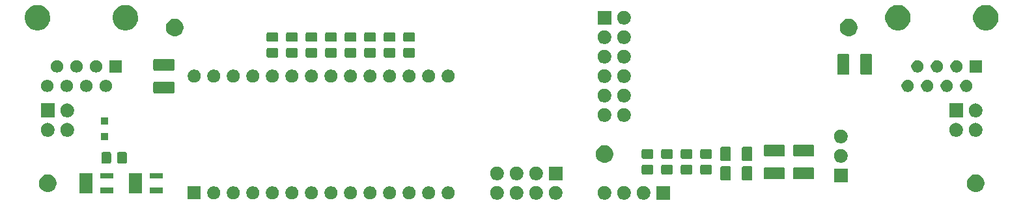
<source format=gbr>
G04 #@! TF.GenerationSoftware,KiCad,Pcbnew,(5.1.5)-3*
G04 #@! TF.CreationDate,2020-02-10T14:16:37+01:00*
G04 #@! TF.ProjectId,cmdr_mainboard,636d6472-5f6d-4616-996e-626f6172642e,rev?*
G04 #@! TF.SameCoordinates,Original*
G04 #@! TF.FileFunction,Soldermask,Top*
G04 #@! TF.FilePolarity,Negative*
%FSLAX46Y46*%
G04 Gerber Fmt 4.6, Leading zero omitted, Abs format (unit mm)*
G04 Created by KiCad (PCBNEW (5.1.5)-3) date 2020-02-10 14:16:37*
%MOMM*%
%LPD*%
G04 APERTURE LIST*
%ADD10C,0.100000*%
G04 APERTURE END LIST*
D10*
G36*
X134733512Y-88003927D02*
G01*
X134882812Y-88033624D01*
X135046784Y-88101544D01*
X135194354Y-88200147D01*
X135319853Y-88325646D01*
X135418456Y-88473216D01*
X135486376Y-88637188D01*
X135521000Y-88811259D01*
X135521000Y-88988741D01*
X135486376Y-89162812D01*
X135418456Y-89326784D01*
X135319853Y-89474354D01*
X135194354Y-89599853D01*
X135046784Y-89698456D01*
X134882812Y-89766376D01*
X134733512Y-89796073D01*
X134708742Y-89801000D01*
X134531258Y-89801000D01*
X134506488Y-89796073D01*
X134357188Y-89766376D01*
X134193216Y-89698456D01*
X134045646Y-89599853D01*
X133920147Y-89474354D01*
X133821544Y-89326784D01*
X133753624Y-89162812D01*
X133719000Y-88988741D01*
X133719000Y-88811259D01*
X133753624Y-88637188D01*
X133821544Y-88473216D01*
X133920147Y-88325646D01*
X134045646Y-88200147D01*
X134193216Y-88101544D01*
X134357188Y-88033624D01*
X134506488Y-88003927D01*
X134531258Y-87999000D01*
X134708742Y-87999000D01*
X134733512Y-88003927D01*
G37*
G36*
X137273512Y-88003927D02*
G01*
X137422812Y-88033624D01*
X137586784Y-88101544D01*
X137734354Y-88200147D01*
X137859853Y-88325646D01*
X137958456Y-88473216D01*
X138026376Y-88637188D01*
X138061000Y-88811259D01*
X138061000Y-88988741D01*
X138026376Y-89162812D01*
X137958456Y-89326784D01*
X137859853Y-89474354D01*
X137734354Y-89599853D01*
X137586784Y-89698456D01*
X137422812Y-89766376D01*
X137273512Y-89796073D01*
X137248742Y-89801000D01*
X137071258Y-89801000D01*
X137046488Y-89796073D01*
X136897188Y-89766376D01*
X136733216Y-89698456D01*
X136585646Y-89599853D01*
X136460147Y-89474354D01*
X136361544Y-89326784D01*
X136293624Y-89162812D01*
X136259000Y-88988741D01*
X136259000Y-88811259D01*
X136293624Y-88637188D01*
X136361544Y-88473216D01*
X136460147Y-88325646D01*
X136585646Y-88200147D01*
X136733216Y-88101544D01*
X136897188Y-88033624D01*
X137046488Y-88003927D01*
X137071258Y-87999000D01*
X137248742Y-87999000D01*
X137273512Y-88003927D01*
G37*
G36*
X143141000Y-89801000D02*
G01*
X141339000Y-89801000D01*
X141339000Y-87999000D01*
X143141000Y-87999000D01*
X143141000Y-89801000D01*
G37*
G36*
X128383512Y-88003927D02*
G01*
X128532812Y-88033624D01*
X128696784Y-88101544D01*
X128844354Y-88200147D01*
X128969853Y-88325646D01*
X129068456Y-88473216D01*
X129136376Y-88637188D01*
X129171000Y-88811259D01*
X129171000Y-88988741D01*
X129136376Y-89162812D01*
X129068456Y-89326784D01*
X128969853Y-89474354D01*
X128844354Y-89599853D01*
X128696784Y-89698456D01*
X128532812Y-89766376D01*
X128383512Y-89796073D01*
X128358742Y-89801000D01*
X128181258Y-89801000D01*
X128156488Y-89796073D01*
X128007188Y-89766376D01*
X127843216Y-89698456D01*
X127695646Y-89599853D01*
X127570147Y-89474354D01*
X127471544Y-89326784D01*
X127403624Y-89162812D01*
X127369000Y-88988741D01*
X127369000Y-88811259D01*
X127403624Y-88637188D01*
X127471544Y-88473216D01*
X127570147Y-88325646D01*
X127695646Y-88200147D01*
X127843216Y-88101544D01*
X128007188Y-88033624D01*
X128156488Y-88003927D01*
X128181258Y-87999000D01*
X128358742Y-87999000D01*
X128383512Y-88003927D01*
G37*
G36*
X125843512Y-88003927D02*
G01*
X125992812Y-88033624D01*
X126156784Y-88101544D01*
X126304354Y-88200147D01*
X126429853Y-88325646D01*
X126528456Y-88473216D01*
X126596376Y-88637188D01*
X126631000Y-88811259D01*
X126631000Y-88988741D01*
X126596376Y-89162812D01*
X126528456Y-89326784D01*
X126429853Y-89474354D01*
X126304354Y-89599853D01*
X126156784Y-89698456D01*
X125992812Y-89766376D01*
X125843512Y-89796073D01*
X125818742Y-89801000D01*
X125641258Y-89801000D01*
X125616488Y-89796073D01*
X125467188Y-89766376D01*
X125303216Y-89698456D01*
X125155646Y-89599853D01*
X125030147Y-89474354D01*
X124931544Y-89326784D01*
X124863624Y-89162812D01*
X124829000Y-88988741D01*
X124829000Y-88811259D01*
X124863624Y-88637188D01*
X124931544Y-88473216D01*
X125030147Y-88325646D01*
X125155646Y-88200147D01*
X125303216Y-88101544D01*
X125467188Y-88033624D01*
X125616488Y-88003927D01*
X125641258Y-87999000D01*
X125818742Y-87999000D01*
X125843512Y-88003927D01*
G37*
G36*
X123303512Y-88003927D02*
G01*
X123452812Y-88033624D01*
X123616784Y-88101544D01*
X123764354Y-88200147D01*
X123889853Y-88325646D01*
X123988456Y-88473216D01*
X124056376Y-88637188D01*
X124091000Y-88811259D01*
X124091000Y-88988741D01*
X124056376Y-89162812D01*
X123988456Y-89326784D01*
X123889853Y-89474354D01*
X123764354Y-89599853D01*
X123616784Y-89698456D01*
X123452812Y-89766376D01*
X123303512Y-89796073D01*
X123278742Y-89801000D01*
X123101258Y-89801000D01*
X123076488Y-89796073D01*
X122927188Y-89766376D01*
X122763216Y-89698456D01*
X122615646Y-89599853D01*
X122490147Y-89474354D01*
X122391544Y-89326784D01*
X122323624Y-89162812D01*
X122289000Y-88988741D01*
X122289000Y-88811259D01*
X122323624Y-88637188D01*
X122391544Y-88473216D01*
X122490147Y-88325646D01*
X122615646Y-88200147D01*
X122763216Y-88101544D01*
X122927188Y-88033624D01*
X123076488Y-88003927D01*
X123101258Y-87999000D01*
X123278742Y-87999000D01*
X123303512Y-88003927D01*
G37*
G36*
X120763512Y-88003927D02*
G01*
X120912812Y-88033624D01*
X121076784Y-88101544D01*
X121224354Y-88200147D01*
X121349853Y-88325646D01*
X121448456Y-88473216D01*
X121516376Y-88637188D01*
X121551000Y-88811259D01*
X121551000Y-88988741D01*
X121516376Y-89162812D01*
X121448456Y-89326784D01*
X121349853Y-89474354D01*
X121224354Y-89599853D01*
X121076784Y-89698456D01*
X120912812Y-89766376D01*
X120763512Y-89796073D01*
X120738742Y-89801000D01*
X120561258Y-89801000D01*
X120536488Y-89796073D01*
X120387188Y-89766376D01*
X120223216Y-89698456D01*
X120075646Y-89599853D01*
X119950147Y-89474354D01*
X119851544Y-89326784D01*
X119783624Y-89162812D01*
X119749000Y-88988741D01*
X119749000Y-88811259D01*
X119783624Y-88637188D01*
X119851544Y-88473216D01*
X119950147Y-88325646D01*
X120075646Y-88200147D01*
X120223216Y-88101544D01*
X120387188Y-88033624D01*
X120536488Y-88003927D01*
X120561258Y-87999000D01*
X120738742Y-87999000D01*
X120763512Y-88003927D01*
G37*
G36*
X139813512Y-88003927D02*
G01*
X139962812Y-88033624D01*
X140126784Y-88101544D01*
X140274354Y-88200147D01*
X140399853Y-88325646D01*
X140498456Y-88473216D01*
X140566376Y-88637188D01*
X140601000Y-88811259D01*
X140601000Y-88988741D01*
X140566376Y-89162812D01*
X140498456Y-89326784D01*
X140399853Y-89474354D01*
X140274354Y-89599853D01*
X140126784Y-89698456D01*
X139962812Y-89766376D01*
X139813512Y-89796073D01*
X139788742Y-89801000D01*
X139611258Y-89801000D01*
X139586488Y-89796073D01*
X139437188Y-89766376D01*
X139273216Y-89698456D01*
X139125646Y-89599853D01*
X139000147Y-89474354D01*
X138901544Y-89326784D01*
X138833624Y-89162812D01*
X138799000Y-88988741D01*
X138799000Y-88811259D01*
X138833624Y-88637188D01*
X138901544Y-88473216D01*
X139000147Y-88325646D01*
X139125646Y-88200147D01*
X139273216Y-88101544D01*
X139437188Y-88033624D01*
X139586488Y-88003927D01*
X139611258Y-87999000D01*
X139788742Y-87999000D01*
X139813512Y-88003927D01*
G37*
G36*
X94228228Y-88081703D02*
G01*
X94383100Y-88145853D01*
X94522481Y-88238985D01*
X94641015Y-88357519D01*
X94734147Y-88496900D01*
X94798297Y-88651772D01*
X94831000Y-88816184D01*
X94831000Y-88983816D01*
X94798297Y-89148228D01*
X94734147Y-89303100D01*
X94641015Y-89442481D01*
X94522481Y-89561015D01*
X94383100Y-89654147D01*
X94228228Y-89718297D01*
X94063816Y-89751000D01*
X93896184Y-89751000D01*
X93731772Y-89718297D01*
X93576900Y-89654147D01*
X93437519Y-89561015D01*
X93318985Y-89442481D01*
X93225853Y-89303100D01*
X93161703Y-89148228D01*
X93129000Y-88983816D01*
X93129000Y-88816184D01*
X93161703Y-88651772D01*
X93225853Y-88496900D01*
X93318985Y-88357519D01*
X93437519Y-88238985D01*
X93576900Y-88145853D01*
X93731772Y-88081703D01*
X93896184Y-88049000D01*
X94063816Y-88049000D01*
X94228228Y-88081703D01*
G37*
G36*
X82131000Y-89751000D02*
G01*
X80429000Y-89751000D01*
X80429000Y-88049000D01*
X82131000Y-88049000D01*
X82131000Y-89751000D01*
G37*
G36*
X84068228Y-88081703D02*
G01*
X84223100Y-88145853D01*
X84362481Y-88238985D01*
X84481015Y-88357519D01*
X84574147Y-88496900D01*
X84638297Y-88651772D01*
X84671000Y-88816184D01*
X84671000Y-88983816D01*
X84638297Y-89148228D01*
X84574147Y-89303100D01*
X84481015Y-89442481D01*
X84362481Y-89561015D01*
X84223100Y-89654147D01*
X84068228Y-89718297D01*
X83903816Y-89751000D01*
X83736184Y-89751000D01*
X83571772Y-89718297D01*
X83416900Y-89654147D01*
X83277519Y-89561015D01*
X83158985Y-89442481D01*
X83065853Y-89303100D01*
X83001703Y-89148228D01*
X82969000Y-88983816D01*
X82969000Y-88816184D01*
X83001703Y-88651772D01*
X83065853Y-88496900D01*
X83158985Y-88357519D01*
X83277519Y-88238985D01*
X83416900Y-88145853D01*
X83571772Y-88081703D01*
X83736184Y-88049000D01*
X83903816Y-88049000D01*
X84068228Y-88081703D01*
G37*
G36*
X86608228Y-88081703D02*
G01*
X86763100Y-88145853D01*
X86902481Y-88238985D01*
X87021015Y-88357519D01*
X87114147Y-88496900D01*
X87178297Y-88651772D01*
X87211000Y-88816184D01*
X87211000Y-88983816D01*
X87178297Y-89148228D01*
X87114147Y-89303100D01*
X87021015Y-89442481D01*
X86902481Y-89561015D01*
X86763100Y-89654147D01*
X86608228Y-89718297D01*
X86443816Y-89751000D01*
X86276184Y-89751000D01*
X86111772Y-89718297D01*
X85956900Y-89654147D01*
X85817519Y-89561015D01*
X85698985Y-89442481D01*
X85605853Y-89303100D01*
X85541703Y-89148228D01*
X85509000Y-88983816D01*
X85509000Y-88816184D01*
X85541703Y-88651772D01*
X85605853Y-88496900D01*
X85698985Y-88357519D01*
X85817519Y-88238985D01*
X85956900Y-88145853D01*
X86111772Y-88081703D01*
X86276184Y-88049000D01*
X86443816Y-88049000D01*
X86608228Y-88081703D01*
G37*
G36*
X89148228Y-88081703D02*
G01*
X89303100Y-88145853D01*
X89442481Y-88238985D01*
X89561015Y-88357519D01*
X89654147Y-88496900D01*
X89718297Y-88651772D01*
X89751000Y-88816184D01*
X89751000Y-88983816D01*
X89718297Y-89148228D01*
X89654147Y-89303100D01*
X89561015Y-89442481D01*
X89442481Y-89561015D01*
X89303100Y-89654147D01*
X89148228Y-89718297D01*
X88983816Y-89751000D01*
X88816184Y-89751000D01*
X88651772Y-89718297D01*
X88496900Y-89654147D01*
X88357519Y-89561015D01*
X88238985Y-89442481D01*
X88145853Y-89303100D01*
X88081703Y-89148228D01*
X88049000Y-88983816D01*
X88049000Y-88816184D01*
X88081703Y-88651772D01*
X88145853Y-88496900D01*
X88238985Y-88357519D01*
X88357519Y-88238985D01*
X88496900Y-88145853D01*
X88651772Y-88081703D01*
X88816184Y-88049000D01*
X88983816Y-88049000D01*
X89148228Y-88081703D01*
G37*
G36*
X91688228Y-88081703D02*
G01*
X91843100Y-88145853D01*
X91982481Y-88238985D01*
X92101015Y-88357519D01*
X92194147Y-88496900D01*
X92258297Y-88651772D01*
X92291000Y-88816184D01*
X92291000Y-88983816D01*
X92258297Y-89148228D01*
X92194147Y-89303100D01*
X92101015Y-89442481D01*
X91982481Y-89561015D01*
X91843100Y-89654147D01*
X91688228Y-89718297D01*
X91523816Y-89751000D01*
X91356184Y-89751000D01*
X91191772Y-89718297D01*
X91036900Y-89654147D01*
X90897519Y-89561015D01*
X90778985Y-89442481D01*
X90685853Y-89303100D01*
X90621703Y-89148228D01*
X90589000Y-88983816D01*
X90589000Y-88816184D01*
X90621703Y-88651772D01*
X90685853Y-88496900D01*
X90778985Y-88357519D01*
X90897519Y-88238985D01*
X91036900Y-88145853D01*
X91191772Y-88081703D01*
X91356184Y-88049000D01*
X91523816Y-88049000D01*
X91688228Y-88081703D01*
G37*
G36*
X96768228Y-88081703D02*
G01*
X96923100Y-88145853D01*
X97062481Y-88238985D01*
X97181015Y-88357519D01*
X97274147Y-88496900D01*
X97338297Y-88651772D01*
X97371000Y-88816184D01*
X97371000Y-88983816D01*
X97338297Y-89148228D01*
X97274147Y-89303100D01*
X97181015Y-89442481D01*
X97062481Y-89561015D01*
X96923100Y-89654147D01*
X96768228Y-89718297D01*
X96603816Y-89751000D01*
X96436184Y-89751000D01*
X96271772Y-89718297D01*
X96116900Y-89654147D01*
X95977519Y-89561015D01*
X95858985Y-89442481D01*
X95765853Y-89303100D01*
X95701703Y-89148228D01*
X95669000Y-88983816D01*
X95669000Y-88816184D01*
X95701703Y-88651772D01*
X95765853Y-88496900D01*
X95858985Y-88357519D01*
X95977519Y-88238985D01*
X96116900Y-88145853D01*
X96271772Y-88081703D01*
X96436184Y-88049000D01*
X96603816Y-88049000D01*
X96768228Y-88081703D01*
G37*
G36*
X99308228Y-88081703D02*
G01*
X99463100Y-88145853D01*
X99602481Y-88238985D01*
X99721015Y-88357519D01*
X99814147Y-88496900D01*
X99878297Y-88651772D01*
X99911000Y-88816184D01*
X99911000Y-88983816D01*
X99878297Y-89148228D01*
X99814147Y-89303100D01*
X99721015Y-89442481D01*
X99602481Y-89561015D01*
X99463100Y-89654147D01*
X99308228Y-89718297D01*
X99143816Y-89751000D01*
X98976184Y-89751000D01*
X98811772Y-89718297D01*
X98656900Y-89654147D01*
X98517519Y-89561015D01*
X98398985Y-89442481D01*
X98305853Y-89303100D01*
X98241703Y-89148228D01*
X98209000Y-88983816D01*
X98209000Y-88816184D01*
X98241703Y-88651772D01*
X98305853Y-88496900D01*
X98398985Y-88357519D01*
X98517519Y-88238985D01*
X98656900Y-88145853D01*
X98811772Y-88081703D01*
X98976184Y-88049000D01*
X99143816Y-88049000D01*
X99308228Y-88081703D01*
G37*
G36*
X114548228Y-88081703D02*
G01*
X114703100Y-88145853D01*
X114842481Y-88238985D01*
X114961015Y-88357519D01*
X115054147Y-88496900D01*
X115118297Y-88651772D01*
X115151000Y-88816184D01*
X115151000Y-88983816D01*
X115118297Y-89148228D01*
X115054147Y-89303100D01*
X114961015Y-89442481D01*
X114842481Y-89561015D01*
X114703100Y-89654147D01*
X114548228Y-89718297D01*
X114383816Y-89751000D01*
X114216184Y-89751000D01*
X114051772Y-89718297D01*
X113896900Y-89654147D01*
X113757519Y-89561015D01*
X113638985Y-89442481D01*
X113545853Y-89303100D01*
X113481703Y-89148228D01*
X113449000Y-88983816D01*
X113449000Y-88816184D01*
X113481703Y-88651772D01*
X113545853Y-88496900D01*
X113638985Y-88357519D01*
X113757519Y-88238985D01*
X113896900Y-88145853D01*
X114051772Y-88081703D01*
X114216184Y-88049000D01*
X114383816Y-88049000D01*
X114548228Y-88081703D01*
G37*
G36*
X106928228Y-88081703D02*
G01*
X107083100Y-88145853D01*
X107222481Y-88238985D01*
X107341015Y-88357519D01*
X107434147Y-88496900D01*
X107498297Y-88651772D01*
X107531000Y-88816184D01*
X107531000Y-88983816D01*
X107498297Y-89148228D01*
X107434147Y-89303100D01*
X107341015Y-89442481D01*
X107222481Y-89561015D01*
X107083100Y-89654147D01*
X106928228Y-89718297D01*
X106763816Y-89751000D01*
X106596184Y-89751000D01*
X106431772Y-89718297D01*
X106276900Y-89654147D01*
X106137519Y-89561015D01*
X106018985Y-89442481D01*
X105925853Y-89303100D01*
X105861703Y-89148228D01*
X105829000Y-88983816D01*
X105829000Y-88816184D01*
X105861703Y-88651772D01*
X105925853Y-88496900D01*
X106018985Y-88357519D01*
X106137519Y-88238985D01*
X106276900Y-88145853D01*
X106431772Y-88081703D01*
X106596184Y-88049000D01*
X106763816Y-88049000D01*
X106928228Y-88081703D01*
G37*
G36*
X112008228Y-88081703D02*
G01*
X112163100Y-88145853D01*
X112302481Y-88238985D01*
X112421015Y-88357519D01*
X112514147Y-88496900D01*
X112578297Y-88651772D01*
X112611000Y-88816184D01*
X112611000Y-88983816D01*
X112578297Y-89148228D01*
X112514147Y-89303100D01*
X112421015Y-89442481D01*
X112302481Y-89561015D01*
X112163100Y-89654147D01*
X112008228Y-89718297D01*
X111843816Y-89751000D01*
X111676184Y-89751000D01*
X111511772Y-89718297D01*
X111356900Y-89654147D01*
X111217519Y-89561015D01*
X111098985Y-89442481D01*
X111005853Y-89303100D01*
X110941703Y-89148228D01*
X110909000Y-88983816D01*
X110909000Y-88816184D01*
X110941703Y-88651772D01*
X111005853Y-88496900D01*
X111098985Y-88357519D01*
X111217519Y-88238985D01*
X111356900Y-88145853D01*
X111511772Y-88081703D01*
X111676184Y-88049000D01*
X111843816Y-88049000D01*
X112008228Y-88081703D01*
G37*
G36*
X109468228Y-88081703D02*
G01*
X109623100Y-88145853D01*
X109762481Y-88238985D01*
X109881015Y-88357519D01*
X109974147Y-88496900D01*
X110038297Y-88651772D01*
X110071000Y-88816184D01*
X110071000Y-88983816D01*
X110038297Y-89148228D01*
X109974147Y-89303100D01*
X109881015Y-89442481D01*
X109762481Y-89561015D01*
X109623100Y-89654147D01*
X109468228Y-89718297D01*
X109303816Y-89751000D01*
X109136184Y-89751000D01*
X108971772Y-89718297D01*
X108816900Y-89654147D01*
X108677519Y-89561015D01*
X108558985Y-89442481D01*
X108465853Y-89303100D01*
X108401703Y-89148228D01*
X108369000Y-88983816D01*
X108369000Y-88816184D01*
X108401703Y-88651772D01*
X108465853Y-88496900D01*
X108558985Y-88357519D01*
X108677519Y-88238985D01*
X108816900Y-88145853D01*
X108971772Y-88081703D01*
X109136184Y-88049000D01*
X109303816Y-88049000D01*
X109468228Y-88081703D01*
G37*
G36*
X104388228Y-88081703D02*
G01*
X104543100Y-88145853D01*
X104682481Y-88238985D01*
X104801015Y-88357519D01*
X104894147Y-88496900D01*
X104958297Y-88651772D01*
X104991000Y-88816184D01*
X104991000Y-88983816D01*
X104958297Y-89148228D01*
X104894147Y-89303100D01*
X104801015Y-89442481D01*
X104682481Y-89561015D01*
X104543100Y-89654147D01*
X104388228Y-89718297D01*
X104223816Y-89751000D01*
X104056184Y-89751000D01*
X103891772Y-89718297D01*
X103736900Y-89654147D01*
X103597519Y-89561015D01*
X103478985Y-89442481D01*
X103385853Y-89303100D01*
X103321703Y-89148228D01*
X103289000Y-88983816D01*
X103289000Y-88816184D01*
X103321703Y-88651772D01*
X103385853Y-88496900D01*
X103478985Y-88357519D01*
X103597519Y-88238985D01*
X103736900Y-88145853D01*
X103891772Y-88081703D01*
X104056184Y-88049000D01*
X104223816Y-88049000D01*
X104388228Y-88081703D01*
G37*
G36*
X101848228Y-88081703D02*
G01*
X102003100Y-88145853D01*
X102142481Y-88238985D01*
X102261015Y-88357519D01*
X102354147Y-88496900D01*
X102418297Y-88651772D01*
X102451000Y-88816184D01*
X102451000Y-88983816D01*
X102418297Y-89148228D01*
X102354147Y-89303100D01*
X102261015Y-89442481D01*
X102142481Y-89561015D01*
X102003100Y-89654147D01*
X101848228Y-89718297D01*
X101683816Y-89751000D01*
X101516184Y-89751000D01*
X101351772Y-89718297D01*
X101196900Y-89654147D01*
X101057519Y-89561015D01*
X100938985Y-89442481D01*
X100845853Y-89303100D01*
X100781703Y-89148228D01*
X100749000Y-88983816D01*
X100749000Y-88816184D01*
X100781703Y-88651772D01*
X100845853Y-88496900D01*
X100938985Y-88357519D01*
X101057519Y-88238985D01*
X101196900Y-88145853D01*
X101351772Y-88081703D01*
X101516184Y-88049000D01*
X101683816Y-88049000D01*
X101848228Y-88081703D01*
G37*
G36*
X74491000Y-88956000D02*
G01*
X72829000Y-88956000D01*
X72829000Y-86304000D01*
X74491000Y-86304000D01*
X74491000Y-88956000D01*
G37*
G36*
X70761000Y-88956000D02*
G01*
X69099000Y-88956000D01*
X69099000Y-88204000D01*
X70761000Y-88204000D01*
X70761000Y-88956000D01*
G37*
G36*
X68061000Y-88956000D02*
G01*
X66399000Y-88956000D01*
X66399000Y-86304000D01*
X68061000Y-86304000D01*
X68061000Y-88956000D01*
G37*
G36*
X77191000Y-88956000D02*
G01*
X75529000Y-88956000D01*
X75529000Y-88204000D01*
X77191000Y-88204000D01*
X77191000Y-88956000D01*
G37*
G36*
X62402536Y-86490770D02*
G01*
X62565734Y-86523232D01*
X62775203Y-86609997D01*
X62963720Y-86735960D01*
X63124040Y-86896280D01*
X63249779Y-87084462D01*
X63250004Y-87084799D01*
X63275416Y-87146150D01*
X63336768Y-87294266D01*
X63381000Y-87516636D01*
X63381000Y-87743364D01*
X63336768Y-87965734D01*
X63250003Y-88175203D01*
X63124040Y-88363720D01*
X62963720Y-88524040D01*
X62775203Y-88650003D01*
X62775202Y-88650004D01*
X62775201Y-88650004D01*
X62713850Y-88675416D01*
X62565734Y-88736768D01*
X62454549Y-88758884D01*
X62343365Y-88781000D01*
X62116635Y-88781000D01*
X62005451Y-88758884D01*
X61894266Y-88736768D01*
X61746150Y-88675416D01*
X61684799Y-88650004D01*
X61684798Y-88650004D01*
X61684797Y-88650003D01*
X61496280Y-88524040D01*
X61335960Y-88363720D01*
X61209997Y-88175203D01*
X61123232Y-87965734D01*
X61079000Y-87743364D01*
X61079000Y-87516636D01*
X61123232Y-87294266D01*
X61184584Y-87146150D01*
X61209996Y-87084799D01*
X61210221Y-87084462D01*
X61335960Y-86896280D01*
X61496280Y-86735960D01*
X61684797Y-86609997D01*
X61894266Y-86523232D01*
X62057464Y-86490770D01*
X62116635Y-86479000D01*
X62343365Y-86479000D01*
X62402536Y-86490770D01*
G37*
G36*
X183052536Y-86490770D02*
G01*
X183215734Y-86523232D01*
X183425203Y-86609997D01*
X183613720Y-86735960D01*
X183774040Y-86896280D01*
X183899779Y-87084462D01*
X183900004Y-87084799D01*
X183925416Y-87146150D01*
X183986768Y-87294266D01*
X184031000Y-87516636D01*
X184031000Y-87743364D01*
X183986768Y-87965734D01*
X183900003Y-88175203D01*
X183774040Y-88363720D01*
X183613720Y-88524040D01*
X183425203Y-88650003D01*
X183425202Y-88650004D01*
X183425201Y-88650004D01*
X183363850Y-88675416D01*
X183215734Y-88736768D01*
X183104549Y-88758884D01*
X182993365Y-88781000D01*
X182766635Y-88781000D01*
X182655451Y-88758884D01*
X182544266Y-88736768D01*
X182396150Y-88675416D01*
X182334799Y-88650004D01*
X182334798Y-88650004D01*
X182334797Y-88650003D01*
X182146280Y-88524040D01*
X181985960Y-88363720D01*
X181859997Y-88175203D01*
X181773232Y-87965734D01*
X181729000Y-87743364D01*
X181729000Y-87516636D01*
X181773232Y-87294266D01*
X181834584Y-87146150D01*
X181859996Y-87084799D01*
X181860221Y-87084462D01*
X181985960Y-86896280D01*
X182146280Y-86735960D01*
X182334797Y-86609997D01*
X182544266Y-86523232D01*
X182707464Y-86490770D01*
X182766635Y-86479000D01*
X182993365Y-86479000D01*
X183052536Y-86490770D01*
G37*
G36*
X166255000Y-87515000D02*
G01*
X164453000Y-87515000D01*
X164453000Y-85713000D01*
X166255000Y-85713000D01*
X166255000Y-87515000D01*
G37*
G36*
X153686604Y-85438347D02*
G01*
X153723144Y-85449432D01*
X153756821Y-85467433D01*
X153786341Y-85491659D01*
X153810567Y-85521179D01*
X153828568Y-85554856D01*
X153839653Y-85591396D01*
X153844000Y-85635538D01*
X153844000Y-87084462D01*
X153839653Y-87128604D01*
X153828568Y-87165144D01*
X153810567Y-87198821D01*
X153786341Y-87228341D01*
X153756821Y-87252567D01*
X153723144Y-87270568D01*
X153686604Y-87281653D01*
X153642462Y-87286000D01*
X152693538Y-87286000D01*
X152649396Y-87281653D01*
X152612856Y-87270568D01*
X152579179Y-87252567D01*
X152549659Y-87228341D01*
X152525433Y-87198821D01*
X152507432Y-87165144D01*
X152496347Y-87128604D01*
X152492000Y-87084462D01*
X152492000Y-85635538D01*
X152496347Y-85591396D01*
X152507432Y-85554856D01*
X152525433Y-85521179D01*
X152549659Y-85491659D01*
X152579179Y-85467433D01*
X152612856Y-85449432D01*
X152649396Y-85438347D01*
X152693538Y-85434000D01*
X153642462Y-85434000D01*
X153686604Y-85438347D01*
G37*
G36*
X150886604Y-85438347D02*
G01*
X150923144Y-85449432D01*
X150956821Y-85467433D01*
X150986341Y-85491659D01*
X151010567Y-85521179D01*
X151028568Y-85554856D01*
X151039653Y-85591396D01*
X151044000Y-85635538D01*
X151044000Y-87084462D01*
X151039653Y-87128604D01*
X151028568Y-87165144D01*
X151010567Y-87198821D01*
X150986341Y-87228341D01*
X150956821Y-87252567D01*
X150923144Y-87270568D01*
X150886604Y-87281653D01*
X150842462Y-87286000D01*
X149893538Y-87286000D01*
X149849396Y-87281653D01*
X149812856Y-87270568D01*
X149779179Y-87252567D01*
X149749659Y-87228341D01*
X149725433Y-87198821D01*
X149707432Y-87165144D01*
X149696347Y-87128604D01*
X149692000Y-87084462D01*
X149692000Y-85635538D01*
X149696347Y-85591396D01*
X149707432Y-85554856D01*
X149725433Y-85521179D01*
X149749659Y-85491659D01*
X149779179Y-85467433D01*
X149812856Y-85449432D01*
X149849396Y-85438347D01*
X149893538Y-85434000D01*
X150842462Y-85434000D01*
X150886604Y-85438347D01*
G37*
G36*
X120759228Y-85463075D02*
G01*
X120912812Y-85493624D01*
X121076784Y-85561544D01*
X121224354Y-85660147D01*
X121349853Y-85785646D01*
X121448456Y-85933216D01*
X121516376Y-86097188D01*
X121551000Y-86271259D01*
X121551000Y-86448741D01*
X121516376Y-86622812D01*
X121448456Y-86786784D01*
X121349853Y-86934354D01*
X121224354Y-87059853D01*
X121076784Y-87158456D01*
X120912812Y-87226376D01*
X120773933Y-87254000D01*
X120738742Y-87261000D01*
X120561258Y-87261000D01*
X120526067Y-87254000D01*
X120387188Y-87226376D01*
X120223216Y-87158456D01*
X120075646Y-87059853D01*
X119950147Y-86934354D01*
X119851544Y-86786784D01*
X119783624Y-86622812D01*
X119749000Y-86448741D01*
X119749000Y-86271259D01*
X119783624Y-86097188D01*
X119851544Y-85933216D01*
X119950147Y-85785646D01*
X120075646Y-85660147D01*
X120223216Y-85561544D01*
X120387188Y-85493624D01*
X120540772Y-85463075D01*
X120561258Y-85459000D01*
X120738742Y-85459000D01*
X120759228Y-85463075D01*
G37*
G36*
X129171000Y-87261000D02*
G01*
X127369000Y-87261000D01*
X127369000Y-85459000D01*
X129171000Y-85459000D01*
X129171000Y-87261000D01*
G37*
G36*
X125839228Y-85463075D02*
G01*
X125992812Y-85493624D01*
X126156784Y-85561544D01*
X126304354Y-85660147D01*
X126429853Y-85785646D01*
X126528456Y-85933216D01*
X126596376Y-86097188D01*
X126631000Y-86271259D01*
X126631000Y-86448741D01*
X126596376Y-86622812D01*
X126528456Y-86786784D01*
X126429853Y-86934354D01*
X126304354Y-87059853D01*
X126156784Y-87158456D01*
X125992812Y-87226376D01*
X125853933Y-87254000D01*
X125818742Y-87261000D01*
X125641258Y-87261000D01*
X125606067Y-87254000D01*
X125467188Y-87226376D01*
X125303216Y-87158456D01*
X125155646Y-87059853D01*
X125030147Y-86934354D01*
X124931544Y-86786784D01*
X124863624Y-86622812D01*
X124829000Y-86448741D01*
X124829000Y-86271259D01*
X124863624Y-86097188D01*
X124931544Y-85933216D01*
X125030147Y-85785646D01*
X125155646Y-85660147D01*
X125303216Y-85561544D01*
X125467188Y-85493624D01*
X125620772Y-85463075D01*
X125641258Y-85459000D01*
X125818742Y-85459000D01*
X125839228Y-85463075D01*
G37*
G36*
X123299228Y-85463075D02*
G01*
X123452812Y-85493624D01*
X123616784Y-85561544D01*
X123764354Y-85660147D01*
X123889853Y-85785646D01*
X123988456Y-85933216D01*
X124056376Y-86097188D01*
X124091000Y-86271259D01*
X124091000Y-86448741D01*
X124056376Y-86622812D01*
X123988456Y-86786784D01*
X123889853Y-86934354D01*
X123764354Y-87059853D01*
X123616784Y-87158456D01*
X123452812Y-87226376D01*
X123313933Y-87254000D01*
X123278742Y-87261000D01*
X123101258Y-87261000D01*
X123066067Y-87254000D01*
X122927188Y-87226376D01*
X122763216Y-87158456D01*
X122615646Y-87059853D01*
X122490147Y-86934354D01*
X122391544Y-86786784D01*
X122323624Y-86622812D01*
X122289000Y-86448741D01*
X122289000Y-86271259D01*
X122323624Y-86097188D01*
X122391544Y-85933216D01*
X122490147Y-85785646D01*
X122615646Y-85660147D01*
X122763216Y-85561544D01*
X122927188Y-85493624D01*
X123080772Y-85463075D01*
X123101258Y-85459000D01*
X123278742Y-85459000D01*
X123299228Y-85463075D01*
G37*
G36*
X161753562Y-85600681D02*
G01*
X161788481Y-85611274D01*
X161820663Y-85628476D01*
X161848873Y-85651627D01*
X161872024Y-85679837D01*
X161889226Y-85712019D01*
X161899819Y-85746938D01*
X161904000Y-85789395D01*
X161904000Y-86930605D01*
X161899819Y-86973062D01*
X161889226Y-87007981D01*
X161872024Y-87040163D01*
X161848873Y-87068373D01*
X161820663Y-87091524D01*
X161788481Y-87108726D01*
X161753562Y-87119319D01*
X161711105Y-87123500D01*
X159344895Y-87123500D01*
X159302438Y-87119319D01*
X159267519Y-87108726D01*
X159235337Y-87091524D01*
X159207127Y-87068373D01*
X159183976Y-87040163D01*
X159166774Y-87007981D01*
X159156181Y-86973062D01*
X159152000Y-86930605D01*
X159152000Y-85789395D01*
X159156181Y-85746938D01*
X159166774Y-85712019D01*
X159183976Y-85679837D01*
X159207127Y-85651627D01*
X159235337Y-85628476D01*
X159267519Y-85611274D01*
X159302438Y-85600681D01*
X159344895Y-85596500D01*
X161711105Y-85596500D01*
X161753562Y-85600681D01*
G37*
G36*
X157943562Y-85600681D02*
G01*
X157978481Y-85611274D01*
X158010663Y-85628476D01*
X158038873Y-85651627D01*
X158062024Y-85679837D01*
X158079226Y-85712019D01*
X158089819Y-85746938D01*
X158094000Y-85789395D01*
X158094000Y-86930605D01*
X158089819Y-86973062D01*
X158079226Y-87007981D01*
X158062024Y-87040163D01*
X158038873Y-87068373D01*
X158010663Y-87091524D01*
X157978481Y-87108726D01*
X157943562Y-87119319D01*
X157901105Y-87123500D01*
X155534895Y-87123500D01*
X155492438Y-87119319D01*
X155457519Y-87108726D01*
X155425337Y-87091524D01*
X155397127Y-87068373D01*
X155373976Y-87040163D01*
X155356774Y-87007981D01*
X155346181Y-86973062D01*
X155342000Y-86930605D01*
X155342000Y-85789395D01*
X155346181Y-85746938D01*
X155356774Y-85712019D01*
X155373976Y-85679837D01*
X155397127Y-85651627D01*
X155425337Y-85628476D01*
X155457519Y-85611274D01*
X155492438Y-85600681D01*
X155534895Y-85596500D01*
X157901105Y-85596500D01*
X157943562Y-85600681D01*
G37*
G36*
X77191000Y-87056000D02*
G01*
X75529000Y-87056000D01*
X75529000Y-86304000D01*
X77191000Y-86304000D01*
X77191000Y-87056000D01*
G37*
G36*
X70761000Y-87056000D02*
G01*
X69099000Y-87056000D01*
X69099000Y-86304000D01*
X70761000Y-86304000D01*
X70761000Y-87056000D01*
G37*
G36*
X140796674Y-85248465D02*
G01*
X140834367Y-85259899D01*
X140869103Y-85278466D01*
X140899548Y-85303452D01*
X140924534Y-85333897D01*
X140943101Y-85368633D01*
X140954535Y-85406326D01*
X140959000Y-85451661D01*
X140959000Y-86288339D01*
X140954535Y-86333674D01*
X140943101Y-86371367D01*
X140924534Y-86406103D01*
X140899548Y-86436548D01*
X140869103Y-86461534D01*
X140834367Y-86480101D01*
X140796674Y-86491535D01*
X140751339Y-86496000D01*
X139664661Y-86496000D01*
X139619326Y-86491535D01*
X139581633Y-86480101D01*
X139546897Y-86461534D01*
X139516452Y-86436548D01*
X139491466Y-86406103D01*
X139472899Y-86371367D01*
X139461465Y-86333674D01*
X139457000Y-86288339D01*
X139457000Y-85451661D01*
X139461465Y-85406326D01*
X139472899Y-85368633D01*
X139491466Y-85333897D01*
X139516452Y-85303452D01*
X139546897Y-85278466D01*
X139581633Y-85259899D01*
X139619326Y-85248465D01*
X139664661Y-85244000D01*
X140751339Y-85244000D01*
X140796674Y-85248465D01*
G37*
G36*
X145876674Y-85248465D02*
G01*
X145914367Y-85259899D01*
X145949103Y-85278466D01*
X145979548Y-85303452D01*
X146004534Y-85333897D01*
X146023101Y-85368633D01*
X146034535Y-85406326D01*
X146039000Y-85451661D01*
X146039000Y-86288339D01*
X146034535Y-86333674D01*
X146023101Y-86371367D01*
X146004534Y-86406103D01*
X145979548Y-86436548D01*
X145949103Y-86461534D01*
X145914367Y-86480101D01*
X145876674Y-86491535D01*
X145831339Y-86496000D01*
X144744661Y-86496000D01*
X144699326Y-86491535D01*
X144661633Y-86480101D01*
X144626897Y-86461534D01*
X144596452Y-86436548D01*
X144571466Y-86406103D01*
X144552899Y-86371367D01*
X144541465Y-86333674D01*
X144537000Y-86288339D01*
X144537000Y-85451661D01*
X144541465Y-85406326D01*
X144552899Y-85368633D01*
X144571466Y-85333897D01*
X144596452Y-85303452D01*
X144626897Y-85278466D01*
X144661633Y-85259899D01*
X144699326Y-85248465D01*
X144744661Y-85244000D01*
X145831339Y-85244000D01*
X145876674Y-85248465D01*
G37*
G36*
X143336674Y-85248465D02*
G01*
X143374367Y-85259899D01*
X143409103Y-85278466D01*
X143439548Y-85303452D01*
X143464534Y-85333897D01*
X143483101Y-85368633D01*
X143494535Y-85406326D01*
X143499000Y-85451661D01*
X143499000Y-86288339D01*
X143494535Y-86333674D01*
X143483101Y-86371367D01*
X143464534Y-86406103D01*
X143439548Y-86436548D01*
X143409103Y-86461534D01*
X143374367Y-86480101D01*
X143336674Y-86491535D01*
X143291339Y-86496000D01*
X142204661Y-86496000D01*
X142159326Y-86491535D01*
X142121633Y-86480101D01*
X142086897Y-86461534D01*
X142056452Y-86436548D01*
X142031466Y-86406103D01*
X142012899Y-86371367D01*
X142001465Y-86333674D01*
X141997000Y-86288339D01*
X141997000Y-85451661D01*
X142001465Y-85406326D01*
X142012899Y-85368633D01*
X142031466Y-85333897D01*
X142056452Y-85303452D01*
X142086897Y-85278466D01*
X142121633Y-85259899D01*
X142159326Y-85248465D01*
X142204661Y-85244000D01*
X143291339Y-85244000D01*
X143336674Y-85248465D01*
G37*
G36*
X148416674Y-85248465D02*
G01*
X148454367Y-85259899D01*
X148489103Y-85278466D01*
X148519548Y-85303452D01*
X148544534Y-85333897D01*
X148563101Y-85368633D01*
X148574535Y-85406326D01*
X148579000Y-85451661D01*
X148579000Y-86288339D01*
X148574535Y-86333674D01*
X148563101Y-86371367D01*
X148544534Y-86406103D01*
X148519548Y-86436548D01*
X148489103Y-86461534D01*
X148454367Y-86480101D01*
X148416674Y-86491535D01*
X148371339Y-86496000D01*
X147284661Y-86496000D01*
X147239326Y-86491535D01*
X147201633Y-86480101D01*
X147166897Y-86461534D01*
X147136452Y-86436548D01*
X147111466Y-86406103D01*
X147092899Y-86371367D01*
X147081465Y-86333674D01*
X147077000Y-86288339D01*
X147077000Y-85451661D01*
X147081465Y-85406326D01*
X147092899Y-85368633D01*
X147111466Y-85333897D01*
X147136452Y-85303452D01*
X147166897Y-85278466D01*
X147201633Y-85259899D01*
X147239326Y-85248465D01*
X147284661Y-85244000D01*
X148371339Y-85244000D01*
X148416674Y-85248465D01*
G37*
G36*
X70304674Y-83581465D02*
G01*
X70342367Y-83592899D01*
X70377103Y-83611466D01*
X70407548Y-83636452D01*
X70432534Y-83666897D01*
X70451101Y-83701633D01*
X70462535Y-83739326D01*
X70467000Y-83784661D01*
X70467000Y-84871339D01*
X70462535Y-84916674D01*
X70451101Y-84954367D01*
X70432534Y-84989103D01*
X70407548Y-85019548D01*
X70377103Y-85044534D01*
X70342367Y-85063101D01*
X70304674Y-85074535D01*
X70259339Y-85079000D01*
X69422661Y-85079000D01*
X69377326Y-85074535D01*
X69339633Y-85063101D01*
X69304897Y-85044534D01*
X69274452Y-85019548D01*
X69249466Y-84989103D01*
X69230899Y-84954367D01*
X69219465Y-84916674D01*
X69215000Y-84871339D01*
X69215000Y-83784661D01*
X69219465Y-83739326D01*
X69230899Y-83701633D01*
X69249466Y-83666897D01*
X69274452Y-83636452D01*
X69304897Y-83611466D01*
X69339633Y-83592899D01*
X69377326Y-83581465D01*
X69422661Y-83577000D01*
X70259339Y-83577000D01*
X70304674Y-83581465D01*
G37*
G36*
X72354674Y-83581465D02*
G01*
X72392367Y-83592899D01*
X72427103Y-83611466D01*
X72457548Y-83636452D01*
X72482534Y-83666897D01*
X72501101Y-83701633D01*
X72512535Y-83739326D01*
X72517000Y-83784661D01*
X72517000Y-84871339D01*
X72512535Y-84916674D01*
X72501101Y-84954367D01*
X72482534Y-84989103D01*
X72457548Y-85019548D01*
X72427103Y-85044534D01*
X72392367Y-85063101D01*
X72354674Y-85074535D01*
X72309339Y-85079000D01*
X71472661Y-85079000D01*
X71427326Y-85074535D01*
X71389633Y-85063101D01*
X71354897Y-85044534D01*
X71324452Y-85019548D01*
X71299466Y-84989103D01*
X71280899Y-84954367D01*
X71269465Y-84916674D01*
X71265000Y-84871339D01*
X71265000Y-83784661D01*
X71269465Y-83739326D01*
X71280899Y-83701633D01*
X71299466Y-83666897D01*
X71324452Y-83636452D01*
X71354897Y-83611466D01*
X71389633Y-83592899D01*
X71427326Y-83581465D01*
X71472661Y-83577000D01*
X72309339Y-83577000D01*
X72354674Y-83581465D01*
G37*
G36*
X165467512Y-83177927D02*
G01*
X165616812Y-83207624D01*
X165780784Y-83275544D01*
X165928354Y-83374147D01*
X166053853Y-83499646D01*
X166152456Y-83647216D01*
X166220376Y-83811188D01*
X166244678Y-83933365D01*
X166254576Y-83983124D01*
X166255000Y-83985259D01*
X166255000Y-84162741D01*
X166220376Y-84336812D01*
X166152456Y-84500784D01*
X166053853Y-84648354D01*
X165928354Y-84773853D01*
X165780784Y-84872456D01*
X165616812Y-84940376D01*
X165467512Y-84970073D01*
X165442742Y-84975000D01*
X165265258Y-84975000D01*
X165240488Y-84970073D01*
X165091188Y-84940376D01*
X164927216Y-84872456D01*
X164779646Y-84773853D01*
X164654147Y-84648354D01*
X164555544Y-84500784D01*
X164487624Y-84336812D01*
X164453000Y-84162741D01*
X164453000Y-83985259D01*
X164453425Y-83983124D01*
X164463322Y-83933365D01*
X164487624Y-83811188D01*
X164555544Y-83647216D01*
X164654147Y-83499646D01*
X164779646Y-83374147D01*
X164927216Y-83275544D01*
X165091188Y-83207624D01*
X165240488Y-83177927D01*
X165265258Y-83173000D01*
X165442742Y-83173000D01*
X165467512Y-83177927D01*
G37*
G36*
X134771708Y-82676627D02*
G01*
X134955734Y-82713232D01*
X135165203Y-82799997D01*
X135353720Y-82925960D01*
X135514040Y-83086280D01*
X135639282Y-83273718D01*
X135640004Y-83274799D01*
X135665416Y-83336150D01*
X135719274Y-83466173D01*
X135726768Y-83484267D01*
X135771000Y-83706635D01*
X135771000Y-83933365D01*
X135758131Y-83998062D01*
X135726768Y-84155734D01*
X135692552Y-84238339D01*
X135658161Y-84321367D01*
X135640003Y-84365203D01*
X135514040Y-84553720D01*
X135353720Y-84714040D01*
X135165203Y-84840003D01*
X134955734Y-84926768D01*
X134844549Y-84948884D01*
X134733365Y-84971000D01*
X134506635Y-84971000D01*
X134395451Y-84948884D01*
X134284266Y-84926768D01*
X134074797Y-84840003D01*
X133886280Y-84714040D01*
X133725960Y-84553720D01*
X133599997Y-84365203D01*
X133581840Y-84321367D01*
X133547448Y-84238339D01*
X133513232Y-84155734D01*
X133481869Y-83998062D01*
X133469000Y-83933365D01*
X133469000Y-83706635D01*
X133513232Y-83484267D01*
X133520727Y-83466173D01*
X133574584Y-83336150D01*
X133599996Y-83274799D01*
X133600718Y-83273718D01*
X133725960Y-83086280D01*
X133886280Y-82925960D01*
X134074797Y-82799997D01*
X134284266Y-82713232D01*
X134468292Y-82676627D01*
X134506635Y-82669000D01*
X134733365Y-82669000D01*
X134771708Y-82676627D01*
G37*
G36*
X153686604Y-82898347D02*
G01*
X153723144Y-82909432D01*
X153756821Y-82927433D01*
X153786341Y-82951659D01*
X153810567Y-82981179D01*
X153828568Y-83014856D01*
X153839653Y-83051396D01*
X153844000Y-83095538D01*
X153844000Y-84544462D01*
X153839653Y-84588604D01*
X153828568Y-84625144D01*
X153810567Y-84658821D01*
X153786341Y-84688341D01*
X153756821Y-84712567D01*
X153723144Y-84730568D01*
X153686604Y-84741653D01*
X153642462Y-84746000D01*
X152693538Y-84746000D01*
X152649396Y-84741653D01*
X152612856Y-84730568D01*
X152579179Y-84712567D01*
X152549659Y-84688341D01*
X152525433Y-84658821D01*
X152507432Y-84625144D01*
X152496347Y-84588604D01*
X152492000Y-84544462D01*
X152492000Y-83095538D01*
X152496347Y-83051396D01*
X152507432Y-83014856D01*
X152525433Y-82981179D01*
X152549659Y-82951659D01*
X152579179Y-82927433D01*
X152612856Y-82909432D01*
X152649396Y-82898347D01*
X152693538Y-82894000D01*
X153642462Y-82894000D01*
X153686604Y-82898347D01*
G37*
G36*
X150886604Y-82898347D02*
G01*
X150923144Y-82909432D01*
X150956821Y-82927433D01*
X150986341Y-82951659D01*
X151010567Y-82981179D01*
X151028568Y-83014856D01*
X151039653Y-83051396D01*
X151044000Y-83095538D01*
X151044000Y-84544462D01*
X151039653Y-84588604D01*
X151028568Y-84625144D01*
X151010567Y-84658821D01*
X150986341Y-84688341D01*
X150956821Y-84712567D01*
X150923144Y-84730568D01*
X150886604Y-84741653D01*
X150842462Y-84746000D01*
X149893538Y-84746000D01*
X149849396Y-84741653D01*
X149812856Y-84730568D01*
X149779179Y-84712567D01*
X149749659Y-84688341D01*
X149725433Y-84658821D01*
X149707432Y-84625144D01*
X149696347Y-84588604D01*
X149692000Y-84544462D01*
X149692000Y-83095538D01*
X149696347Y-83051396D01*
X149707432Y-83014856D01*
X149725433Y-82981179D01*
X149749659Y-82951659D01*
X149779179Y-82927433D01*
X149812856Y-82909432D01*
X149849396Y-82898347D01*
X149893538Y-82894000D01*
X150842462Y-82894000D01*
X150886604Y-82898347D01*
G37*
G36*
X143336674Y-83198465D02*
G01*
X143374367Y-83209899D01*
X143409103Y-83228466D01*
X143439548Y-83253452D01*
X143464534Y-83283897D01*
X143483101Y-83318633D01*
X143494535Y-83356326D01*
X143499000Y-83401661D01*
X143499000Y-84238339D01*
X143494535Y-84283674D01*
X143483101Y-84321367D01*
X143464534Y-84356103D01*
X143439548Y-84386548D01*
X143409103Y-84411534D01*
X143374367Y-84430101D01*
X143336674Y-84441535D01*
X143291339Y-84446000D01*
X142204661Y-84446000D01*
X142159326Y-84441535D01*
X142121633Y-84430101D01*
X142086897Y-84411534D01*
X142056452Y-84386548D01*
X142031466Y-84356103D01*
X142012899Y-84321367D01*
X142001465Y-84283674D01*
X141997000Y-84238339D01*
X141997000Y-83401661D01*
X142001465Y-83356326D01*
X142012899Y-83318633D01*
X142031466Y-83283897D01*
X142056452Y-83253452D01*
X142086897Y-83228466D01*
X142121633Y-83209899D01*
X142159326Y-83198465D01*
X142204661Y-83194000D01*
X143291339Y-83194000D01*
X143336674Y-83198465D01*
G37*
G36*
X148416674Y-83198465D02*
G01*
X148454367Y-83209899D01*
X148489103Y-83228466D01*
X148519548Y-83253452D01*
X148544534Y-83283897D01*
X148563101Y-83318633D01*
X148574535Y-83356326D01*
X148579000Y-83401661D01*
X148579000Y-84238339D01*
X148574535Y-84283674D01*
X148563101Y-84321367D01*
X148544534Y-84356103D01*
X148519548Y-84386548D01*
X148489103Y-84411534D01*
X148454367Y-84430101D01*
X148416674Y-84441535D01*
X148371339Y-84446000D01*
X147284661Y-84446000D01*
X147239326Y-84441535D01*
X147201633Y-84430101D01*
X147166897Y-84411534D01*
X147136452Y-84386548D01*
X147111466Y-84356103D01*
X147092899Y-84321367D01*
X147081465Y-84283674D01*
X147077000Y-84238339D01*
X147077000Y-83401661D01*
X147081465Y-83356326D01*
X147092899Y-83318633D01*
X147111466Y-83283897D01*
X147136452Y-83253452D01*
X147166897Y-83228466D01*
X147201633Y-83209899D01*
X147239326Y-83198465D01*
X147284661Y-83194000D01*
X148371339Y-83194000D01*
X148416674Y-83198465D01*
G37*
G36*
X145876674Y-83198465D02*
G01*
X145914367Y-83209899D01*
X145949103Y-83228466D01*
X145979548Y-83253452D01*
X146004534Y-83283897D01*
X146023101Y-83318633D01*
X146034535Y-83356326D01*
X146039000Y-83401661D01*
X146039000Y-84238339D01*
X146034535Y-84283674D01*
X146023101Y-84321367D01*
X146004534Y-84356103D01*
X145979548Y-84386548D01*
X145949103Y-84411534D01*
X145914367Y-84430101D01*
X145876674Y-84441535D01*
X145831339Y-84446000D01*
X144744661Y-84446000D01*
X144699326Y-84441535D01*
X144661633Y-84430101D01*
X144626897Y-84411534D01*
X144596452Y-84386548D01*
X144571466Y-84356103D01*
X144552899Y-84321367D01*
X144541465Y-84283674D01*
X144537000Y-84238339D01*
X144537000Y-83401661D01*
X144541465Y-83356326D01*
X144552899Y-83318633D01*
X144571466Y-83283897D01*
X144596452Y-83253452D01*
X144626897Y-83228466D01*
X144661633Y-83209899D01*
X144699326Y-83198465D01*
X144744661Y-83194000D01*
X145831339Y-83194000D01*
X145876674Y-83198465D01*
G37*
G36*
X140796674Y-83198465D02*
G01*
X140834367Y-83209899D01*
X140869103Y-83228466D01*
X140899548Y-83253452D01*
X140924534Y-83283897D01*
X140943101Y-83318633D01*
X140954535Y-83356326D01*
X140959000Y-83401661D01*
X140959000Y-84238339D01*
X140954535Y-84283674D01*
X140943101Y-84321367D01*
X140924534Y-84356103D01*
X140899548Y-84386548D01*
X140869103Y-84411534D01*
X140834367Y-84430101D01*
X140796674Y-84441535D01*
X140751339Y-84446000D01*
X139664661Y-84446000D01*
X139619326Y-84441535D01*
X139581633Y-84430101D01*
X139546897Y-84411534D01*
X139516452Y-84386548D01*
X139491466Y-84356103D01*
X139472899Y-84321367D01*
X139461465Y-84283674D01*
X139457000Y-84238339D01*
X139457000Y-83401661D01*
X139461465Y-83356326D01*
X139472899Y-83318633D01*
X139491466Y-83283897D01*
X139516452Y-83253452D01*
X139546897Y-83228466D01*
X139581633Y-83209899D01*
X139619326Y-83198465D01*
X139664661Y-83194000D01*
X140751339Y-83194000D01*
X140796674Y-83198465D01*
G37*
G36*
X161753562Y-82625681D02*
G01*
X161788481Y-82636274D01*
X161820663Y-82653476D01*
X161848873Y-82676627D01*
X161872024Y-82704837D01*
X161889226Y-82737019D01*
X161899819Y-82771938D01*
X161904000Y-82814395D01*
X161904000Y-83955605D01*
X161899819Y-83998062D01*
X161889226Y-84032981D01*
X161872024Y-84065163D01*
X161848873Y-84093373D01*
X161820663Y-84116524D01*
X161788481Y-84133726D01*
X161753562Y-84144319D01*
X161711105Y-84148500D01*
X159344895Y-84148500D01*
X159302438Y-84144319D01*
X159267519Y-84133726D01*
X159235337Y-84116524D01*
X159207127Y-84093373D01*
X159183976Y-84065163D01*
X159166774Y-84032981D01*
X159156181Y-83998062D01*
X159152000Y-83955605D01*
X159152000Y-82814395D01*
X159156181Y-82771938D01*
X159166774Y-82737019D01*
X159183976Y-82704837D01*
X159207127Y-82676627D01*
X159235337Y-82653476D01*
X159267519Y-82636274D01*
X159302438Y-82625681D01*
X159344895Y-82621500D01*
X161711105Y-82621500D01*
X161753562Y-82625681D01*
G37*
G36*
X157943562Y-82625681D02*
G01*
X157978481Y-82636274D01*
X158010663Y-82653476D01*
X158038873Y-82676627D01*
X158062024Y-82704837D01*
X158079226Y-82737019D01*
X158089819Y-82771938D01*
X158094000Y-82814395D01*
X158094000Y-83955605D01*
X158089819Y-83998062D01*
X158079226Y-84032981D01*
X158062024Y-84065163D01*
X158038873Y-84093373D01*
X158010663Y-84116524D01*
X157978481Y-84133726D01*
X157943562Y-84144319D01*
X157901105Y-84148500D01*
X155534895Y-84148500D01*
X155492438Y-84144319D01*
X155457519Y-84133726D01*
X155425337Y-84116524D01*
X155397127Y-84093373D01*
X155373976Y-84065163D01*
X155356774Y-84032981D01*
X155346181Y-83998062D01*
X155342000Y-83955605D01*
X155342000Y-82814395D01*
X155346181Y-82771938D01*
X155356774Y-82737019D01*
X155373976Y-82704837D01*
X155397127Y-82676627D01*
X155425337Y-82653476D01*
X155457519Y-82636274D01*
X155492438Y-82625681D01*
X155534895Y-82621500D01*
X157901105Y-82621500D01*
X157943562Y-82625681D01*
G37*
G36*
X165467512Y-80637927D02*
G01*
X165616812Y-80667624D01*
X165780784Y-80735544D01*
X165928354Y-80834147D01*
X166053853Y-80959646D01*
X166152456Y-81107216D01*
X166220376Y-81271188D01*
X166255000Y-81445259D01*
X166255000Y-81622741D01*
X166220376Y-81796812D01*
X166152456Y-81960784D01*
X166053853Y-82108354D01*
X165928354Y-82233853D01*
X165780784Y-82332456D01*
X165616812Y-82400376D01*
X165467512Y-82430073D01*
X165442742Y-82435000D01*
X165265258Y-82435000D01*
X165240488Y-82430073D01*
X165091188Y-82400376D01*
X164927216Y-82332456D01*
X164779646Y-82233853D01*
X164654147Y-82108354D01*
X164555544Y-81960784D01*
X164487624Y-81796812D01*
X164453000Y-81622741D01*
X164453000Y-81445259D01*
X164487624Y-81271188D01*
X164555544Y-81107216D01*
X164654147Y-80959646D01*
X164779646Y-80834147D01*
X164927216Y-80735544D01*
X165091188Y-80667624D01*
X165240488Y-80637927D01*
X165265258Y-80633000D01*
X165442742Y-80633000D01*
X165467512Y-80637927D01*
G37*
G36*
X70072000Y-82010000D02*
G01*
X69120000Y-82010000D01*
X69120000Y-81058000D01*
X70072000Y-81058000D01*
X70072000Y-82010000D01*
G37*
G36*
X180453512Y-79783927D02*
G01*
X180602812Y-79813624D01*
X180766784Y-79881544D01*
X180914354Y-79980147D01*
X181039853Y-80105646D01*
X181138456Y-80253216D01*
X181206376Y-80417188D01*
X181241000Y-80591259D01*
X181241000Y-80768741D01*
X181206376Y-80942812D01*
X181138456Y-81106784D01*
X181039853Y-81254354D01*
X180914354Y-81379853D01*
X180766784Y-81478456D01*
X180602812Y-81546376D01*
X180453512Y-81576073D01*
X180428742Y-81581000D01*
X180251258Y-81581000D01*
X180226488Y-81576073D01*
X180077188Y-81546376D01*
X179913216Y-81478456D01*
X179765646Y-81379853D01*
X179640147Y-81254354D01*
X179541544Y-81106784D01*
X179473624Y-80942812D01*
X179439000Y-80768741D01*
X179439000Y-80591259D01*
X179473624Y-80417188D01*
X179541544Y-80253216D01*
X179640147Y-80105646D01*
X179765646Y-79980147D01*
X179913216Y-79881544D01*
X180077188Y-79813624D01*
X180226488Y-79783927D01*
X180251258Y-79779000D01*
X180428742Y-79779000D01*
X180453512Y-79783927D01*
G37*
G36*
X182993512Y-79783927D02*
G01*
X183142812Y-79813624D01*
X183306784Y-79881544D01*
X183454354Y-79980147D01*
X183579853Y-80105646D01*
X183678456Y-80253216D01*
X183746376Y-80417188D01*
X183781000Y-80591259D01*
X183781000Y-80768741D01*
X183746376Y-80942812D01*
X183678456Y-81106784D01*
X183579853Y-81254354D01*
X183454354Y-81379853D01*
X183306784Y-81478456D01*
X183142812Y-81546376D01*
X182993512Y-81576073D01*
X182968742Y-81581000D01*
X182791258Y-81581000D01*
X182766488Y-81576073D01*
X182617188Y-81546376D01*
X182453216Y-81478456D01*
X182305646Y-81379853D01*
X182180147Y-81254354D01*
X182081544Y-81106784D01*
X182013624Y-80942812D01*
X181979000Y-80768741D01*
X181979000Y-80591259D01*
X182013624Y-80417188D01*
X182081544Y-80253216D01*
X182180147Y-80105646D01*
X182305646Y-79980147D01*
X182453216Y-79881544D01*
X182617188Y-79813624D01*
X182766488Y-79783927D01*
X182791258Y-79779000D01*
X182968742Y-79779000D01*
X182993512Y-79783927D01*
G37*
G36*
X62343512Y-79783927D02*
G01*
X62492812Y-79813624D01*
X62656784Y-79881544D01*
X62804354Y-79980147D01*
X62929853Y-80105646D01*
X63028456Y-80253216D01*
X63096376Y-80417188D01*
X63131000Y-80591259D01*
X63131000Y-80768741D01*
X63096376Y-80942812D01*
X63028456Y-81106784D01*
X62929853Y-81254354D01*
X62804354Y-81379853D01*
X62656784Y-81478456D01*
X62492812Y-81546376D01*
X62343512Y-81576073D01*
X62318742Y-81581000D01*
X62141258Y-81581000D01*
X62116488Y-81576073D01*
X61967188Y-81546376D01*
X61803216Y-81478456D01*
X61655646Y-81379853D01*
X61530147Y-81254354D01*
X61431544Y-81106784D01*
X61363624Y-80942812D01*
X61329000Y-80768741D01*
X61329000Y-80591259D01*
X61363624Y-80417188D01*
X61431544Y-80253216D01*
X61530147Y-80105646D01*
X61655646Y-79980147D01*
X61803216Y-79881544D01*
X61967188Y-79813624D01*
X62116488Y-79783927D01*
X62141258Y-79779000D01*
X62318742Y-79779000D01*
X62343512Y-79783927D01*
G37*
G36*
X64883512Y-79783927D02*
G01*
X65032812Y-79813624D01*
X65196784Y-79881544D01*
X65344354Y-79980147D01*
X65469853Y-80105646D01*
X65568456Y-80253216D01*
X65636376Y-80417188D01*
X65671000Y-80591259D01*
X65671000Y-80768741D01*
X65636376Y-80942812D01*
X65568456Y-81106784D01*
X65469853Y-81254354D01*
X65344354Y-81379853D01*
X65196784Y-81478456D01*
X65032812Y-81546376D01*
X64883512Y-81576073D01*
X64858742Y-81581000D01*
X64681258Y-81581000D01*
X64656488Y-81576073D01*
X64507188Y-81546376D01*
X64343216Y-81478456D01*
X64195646Y-81379853D01*
X64070147Y-81254354D01*
X63971544Y-81106784D01*
X63903624Y-80942812D01*
X63869000Y-80768741D01*
X63869000Y-80591259D01*
X63903624Y-80417188D01*
X63971544Y-80253216D01*
X64070147Y-80105646D01*
X64195646Y-79980147D01*
X64343216Y-79881544D01*
X64507188Y-79813624D01*
X64656488Y-79783927D01*
X64681258Y-79779000D01*
X64858742Y-79779000D01*
X64883512Y-79783927D01*
G37*
G36*
X70072000Y-79978000D02*
G01*
X69120000Y-79978000D01*
X69120000Y-79026000D01*
X70072000Y-79026000D01*
X70072000Y-79978000D01*
G37*
G36*
X137273512Y-77843927D02*
G01*
X137422812Y-77873624D01*
X137586784Y-77941544D01*
X137734354Y-78040147D01*
X137859853Y-78165646D01*
X137958456Y-78313216D01*
X138026376Y-78477188D01*
X138061000Y-78651259D01*
X138061000Y-78828741D01*
X138026376Y-79002812D01*
X137958456Y-79166784D01*
X137859853Y-79314354D01*
X137734354Y-79439853D01*
X137586784Y-79538456D01*
X137422812Y-79606376D01*
X137273512Y-79636073D01*
X137248742Y-79641000D01*
X137071258Y-79641000D01*
X137046488Y-79636073D01*
X136897188Y-79606376D01*
X136733216Y-79538456D01*
X136585646Y-79439853D01*
X136460147Y-79314354D01*
X136361544Y-79166784D01*
X136293624Y-79002812D01*
X136259000Y-78828741D01*
X136259000Y-78651259D01*
X136293624Y-78477188D01*
X136361544Y-78313216D01*
X136460147Y-78165646D01*
X136585646Y-78040147D01*
X136733216Y-77941544D01*
X136897188Y-77873624D01*
X137046488Y-77843927D01*
X137071258Y-77839000D01*
X137248742Y-77839000D01*
X137273512Y-77843927D01*
G37*
G36*
X134733512Y-77843927D02*
G01*
X134882812Y-77873624D01*
X135046784Y-77941544D01*
X135194354Y-78040147D01*
X135319853Y-78165646D01*
X135418456Y-78313216D01*
X135486376Y-78477188D01*
X135521000Y-78651259D01*
X135521000Y-78828741D01*
X135486376Y-79002812D01*
X135418456Y-79166784D01*
X135319853Y-79314354D01*
X135194354Y-79439853D01*
X135046784Y-79538456D01*
X134882812Y-79606376D01*
X134733512Y-79636073D01*
X134708742Y-79641000D01*
X134531258Y-79641000D01*
X134506488Y-79636073D01*
X134357188Y-79606376D01*
X134193216Y-79538456D01*
X134045646Y-79439853D01*
X133920147Y-79314354D01*
X133821544Y-79166784D01*
X133753624Y-79002812D01*
X133719000Y-78828741D01*
X133719000Y-78651259D01*
X133753624Y-78477188D01*
X133821544Y-78313216D01*
X133920147Y-78165646D01*
X134045646Y-78040147D01*
X134193216Y-77941544D01*
X134357188Y-77873624D01*
X134506488Y-77843927D01*
X134531258Y-77839000D01*
X134708742Y-77839000D01*
X134733512Y-77843927D01*
G37*
G36*
X182993512Y-77243927D02*
G01*
X183142812Y-77273624D01*
X183306784Y-77341544D01*
X183454354Y-77440147D01*
X183579853Y-77565646D01*
X183678456Y-77713216D01*
X183746376Y-77877188D01*
X183781000Y-78051259D01*
X183781000Y-78228741D01*
X183746376Y-78402812D01*
X183678456Y-78566784D01*
X183579853Y-78714354D01*
X183454354Y-78839853D01*
X183306784Y-78938456D01*
X183142812Y-79006376D01*
X182993512Y-79036073D01*
X182968742Y-79041000D01*
X182791258Y-79041000D01*
X182766488Y-79036073D01*
X182617188Y-79006376D01*
X182453216Y-78938456D01*
X182305646Y-78839853D01*
X182180147Y-78714354D01*
X182081544Y-78566784D01*
X182013624Y-78402812D01*
X181979000Y-78228741D01*
X181979000Y-78051259D01*
X182013624Y-77877188D01*
X182081544Y-77713216D01*
X182180147Y-77565646D01*
X182305646Y-77440147D01*
X182453216Y-77341544D01*
X182617188Y-77273624D01*
X182766488Y-77243927D01*
X182791258Y-77239000D01*
X182968742Y-77239000D01*
X182993512Y-77243927D01*
G37*
G36*
X63131000Y-79041000D02*
G01*
X61329000Y-79041000D01*
X61329000Y-77239000D01*
X63131000Y-77239000D01*
X63131000Y-79041000D01*
G37*
G36*
X181241000Y-79041000D02*
G01*
X179439000Y-79041000D01*
X179439000Y-77239000D01*
X181241000Y-77239000D01*
X181241000Y-79041000D01*
G37*
G36*
X64883512Y-77243927D02*
G01*
X65032812Y-77273624D01*
X65196784Y-77341544D01*
X65344354Y-77440147D01*
X65469853Y-77565646D01*
X65568456Y-77713216D01*
X65636376Y-77877188D01*
X65671000Y-78051259D01*
X65671000Y-78228741D01*
X65636376Y-78402812D01*
X65568456Y-78566784D01*
X65469853Y-78714354D01*
X65344354Y-78839853D01*
X65196784Y-78938456D01*
X65032812Y-79006376D01*
X64883512Y-79036073D01*
X64858742Y-79041000D01*
X64681258Y-79041000D01*
X64656488Y-79036073D01*
X64507188Y-79006376D01*
X64343216Y-78938456D01*
X64195646Y-78839853D01*
X64070147Y-78714354D01*
X63971544Y-78566784D01*
X63903624Y-78402812D01*
X63869000Y-78228741D01*
X63869000Y-78051259D01*
X63903624Y-77877188D01*
X63971544Y-77713216D01*
X64070147Y-77565646D01*
X64195646Y-77440147D01*
X64343216Y-77341544D01*
X64507188Y-77273624D01*
X64656488Y-77243927D01*
X64681258Y-77239000D01*
X64858742Y-77239000D01*
X64883512Y-77243927D01*
G37*
G36*
X134733512Y-75303927D02*
G01*
X134882812Y-75333624D01*
X135046784Y-75401544D01*
X135194354Y-75500147D01*
X135319853Y-75625646D01*
X135418456Y-75773216D01*
X135486376Y-75937188D01*
X135521000Y-76111259D01*
X135521000Y-76288741D01*
X135486376Y-76462812D01*
X135418456Y-76626784D01*
X135319853Y-76774354D01*
X135194354Y-76899853D01*
X135046784Y-76998456D01*
X134882812Y-77066376D01*
X134733512Y-77096073D01*
X134708742Y-77101000D01*
X134531258Y-77101000D01*
X134506488Y-77096073D01*
X134357188Y-77066376D01*
X134193216Y-76998456D01*
X134045646Y-76899853D01*
X133920147Y-76774354D01*
X133821544Y-76626784D01*
X133753624Y-76462812D01*
X133719000Y-76288741D01*
X133719000Y-76111259D01*
X133753624Y-75937188D01*
X133821544Y-75773216D01*
X133920147Y-75625646D01*
X134045646Y-75500147D01*
X134193216Y-75401544D01*
X134357188Y-75333624D01*
X134506488Y-75303927D01*
X134531258Y-75299000D01*
X134708742Y-75299000D01*
X134733512Y-75303927D01*
G37*
G36*
X137273512Y-75303927D02*
G01*
X137422812Y-75333624D01*
X137586784Y-75401544D01*
X137734354Y-75500147D01*
X137859853Y-75625646D01*
X137958456Y-75773216D01*
X138026376Y-75937188D01*
X138061000Y-76111259D01*
X138061000Y-76288741D01*
X138026376Y-76462812D01*
X137958456Y-76626784D01*
X137859853Y-76774354D01*
X137734354Y-76899853D01*
X137586784Y-76998456D01*
X137422812Y-77066376D01*
X137273512Y-77096073D01*
X137248742Y-77101000D01*
X137071258Y-77101000D01*
X137046488Y-77096073D01*
X136897188Y-77066376D01*
X136733216Y-76998456D01*
X136585646Y-76899853D01*
X136460147Y-76774354D01*
X136361544Y-76626784D01*
X136293624Y-76462812D01*
X136259000Y-76288741D01*
X136259000Y-76111259D01*
X136293624Y-75937188D01*
X136361544Y-75773216D01*
X136460147Y-75625646D01*
X136585646Y-75500147D01*
X136733216Y-75401544D01*
X136897188Y-75333624D01*
X137046488Y-75303927D01*
X137071258Y-75299000D01*
X137248742Y-75299000D01*
X137273512Y-75303927D01*
G37*
G36*
X78568562Y-74388181D02*
G01*
X78603481Y-74398774D01*
X78635663Y-74415976D01*
X78663873Y-74439127D01*
X78687024Y-74467337D01*
X78704226Y-74499519D01*
X78714819Y-74534438D01*
X78719000Y-74576895D01*
X78719000Y-75718105D01*
X78714819Y-75760562D01*
X78704226Y-75795481D01*
X78687024Y-75827663D01*
X78663873Y-75855873D01*
X78635663Y-75879024D01*
X78603481Y-75896226D01*
X78568562Y-75906819D01*
X78526105Y-75911000D01*
X76159895Y-75911000D01*
X76117438Y-75906819D01*
X76082519Y-75896226D01*
X76050337Y-75879024D01*
X76022127Y-75855873D01*
X75998976Y-75827663D01*
X75981774Y-75795481D01*
X75971181Y-75760562D01*
X75967000Y-75718105D01*
X75967000Y-74576895D01*
X75971181Y-74534438D01*
X75981774Y-74499519D01*
X75998976Y-74467337D01*
X76022127Y-74439127D01*
X76050337Y-74415976D01*
X76082519Y-74398774D01*
X76117438Y-74388181D01*
X76159895Y-74384000D01*
X78526105Y-74384000D01*
X78568562Y-74388181D01*
G37*
G36*
X181903642Y-74159781D02*
G01*
X182006728Y-74202481D01*
X182049416Y-74220163D01*
X182180608Y-74307822D01*
X182292178Y-74419392D01*
X182379030Y-74549376D01*
X182379838Y-74550586D01*
X182440219Y-74696358D01*
X182471000Y-74851107D01*
X182471000Y-75008893D01*
X182440219Y-75163642D01*
X182379838Y-75309414D01*
X182379837Y-75309416D01*
X182292178Y-75440608D01*
X182180608Y-75552178D01*
X182049416Y-75639837D01*
X182049415Y-75639838D01*
X182049414Y-75639838D01*
X181903642Y-75700219D01*
X181748893Y-75731000D01*
X181591107Y-75731000D01*
X181436358Y-75700219D01*
X181290586Y-75639838D01*
X181290585Y-75639838D01*
X181290584Y-75639837D01*
X181159392Y-75552178D01*
X181047822Y-75440608D01*
X180960163Y-75309416D01*
X180960162Y-75309414D01*
X180899781Y-75163642D01*
X180869000Y-75008893D01*
X180869000Y-74851107D01*
X180899781Y-74696358D01*
X180960162Y-74550586D01*
X180960970Y-74549376D01*
X181047822Y-74419392D01*
X181159392Y-74307822D01*
X181290584Y-74220163D01*
X181333272Y-74202481D01*
X181436358Y-74159781D01*
X181591107Y-74129000D01*
X181748893Y-74129000D01*
X181903642Y-74159781D01*
G37*
G36*
X179363642Y-74159781D02*
G01*
X179466728Y-74202481D01*
X179509416Y-74220163D01*
X179640608Y-74307822D01*
X179752178Y-74419392D01*
X179839030Y-74549376D01*
X179839838Y-74550586D01*
X179900219Y-74696358D01*
X179931000Y-74851107D01*
X179931000Y-75008893D01*
X179900219Y-75163642D01*
X179839838Y-75309414D01*
X179839837Y-75309416D01*
X179752178Y-75440608D01*
X179640608Y-75552178D01*
X179509416Y-75639837D01*
X179509415Y-75639838D01*
X179509414Y-75639838D01*
X179363642Y-75700219D01*
X179208893Y-75731000D01*
X179051107Y-75731000D01*
X178896358Y-75700219D01*
X178750586Y-75639838D01*
X178750585Y-75639838D01*
X178750584Y-75639837D01*
X178619392Y-75552178D01*
X178507822Y-75440608D01*
X178420163Y-75309416D01*
X178420162Y-75309414D01*
X178359781Y-75163642D01*
X178329000Y-75008893D01*
X178329000Y-74851107D01*
X178359781Y-74696358D01*
X178420162Y-74550586D01*
X178420970Y-74549376D01*
X178507822Y-74419392D01*
X178619392Y-74307822D01*
X178750584Y-74220163D01*
X178793272Y-74202481D01*
X178896358Y-74159781D01*
X179051107Y-74129000D01*
X179208893Y-74129000D01*
X179363642Y-74159781D01*
G37*
G36*
X174283642Y-74159781D02*
G01*
X174386728Y-74202481D01*
X174429416Y-74220163D01*
X174560608Y-74307822D01*
X174672178Y-74419392D01*
X174759030Y-74549376D01*
X174759838Y-74550586D01*
X174820219Y-74696358D01*
X174851000Y-74851107D01*
X174851000Y-75008893D01*
X174820219Y-75163642D01*
X174759838Y-75309414D01*
X174759837Y-75309416D01*
X174672178Y-75440608D01*
X174560608Y-75552178D01*
X174429416Y-75639837D01*
X174429415Y-75639838D01*
X174429414Y-75639838D01*
X174283642Y-75700219D01*
X174128893Y-75731000D01*
X173971107Y-75731000D01*
X173816358Y-75700219D01*
X173670586Y-75639838D01*
X173670585Y-75639838D01*
X173670584Y-75639837D01*
X173539392Y-75552178D01*
X173427822Y-75440608D01*
X173340163Y-75309416D01*
X173340162Y-75309414D01*
X173279781Y-75163642D01*
X173249000Y-75008893D01*
X173249000Y-74851107D01*
X173279781Y-74696358D01*
X173340162Y-74550586D01*
X173340970Y-74549376D01*
X173427822Y-74419392D01*
X173539392Y-74307822D01*
X173670584Y-74220163D01*
X173713272Y-74202481D01*
X173816358Y-74159781D01*
X173971107Y-74129000D01*
X174128893Y-74129000D01*
X174283642Y-74159781D01*
G37*
G36*
X176823642Y-74159781D02*
G01*
X176926728Y-74202481D01*
X176969416Y-74220163D01*
X177100608Y-74307822D01*
X177212178Y-74419392D01*
X177299030Y-74549376D01*
X177299838Y-74550586D01*
X177360219Y-74696358D01*
X177391000Y-74851107D01*
X177391000Y-75008893D01*
X177360219Y-75163642D01*
X177299838Y-75309414D01*
X177299837Y-75309416D01*
X177212178Y-75440608D01*
X177100608Y-75552178D01*
X176969416Y-75639837D01*
X176969415Y-75639838D01*
X176969414Y-75639838D01*
X176823642Y-75700219D01*
X176668893Y-75731000D01*
X176511107Y-75731000D01*
X176356358Y-75700219D01*
X176210586Y-75639838D01*
X176210585Y-75639838D01*
X176210584Y-75639837D01*
X176079392Y-75552178D01*
X175967822Y-75440608D01*
X175880163Y-75309416D01*
X175880162Y-75309414D01*
X175819781Y-75163642D01*
X175789000Y-75008893D01*
X175789000Y-74851107D01*
X175819781Y-74696358D01*
X175880162Y-74550586D01*
X175880970Y-74549376D01*
X175967822Y-74419392D01*
X176079392Y-74307822D01*
X176210584Y-74220163D01*
X176253272Y-74202481D01*
X176356358Y-74159781D01*
X176511107Y-74129000D01*
X176668893Y-74129000D01*
X176823642Y-74159781D01*
G37*
G36*
X62403642Y-74159781D02*
G01*
X62506728Y-74202481D01*
X62549416Y-74220163D01*
X62680608Y-74307822D01*
X62792178Y-74419392D01*
X62879030Y-74549376D01*
X62879838Y-74550586D01*
X62940219Y-74696358D01*
X62971000Y-74851107D01*
X62971000Y-75008893D01*
X62940219Y-75163642D01*
X62879838Y-75309414D01*
X62879837Y-75309416D01*
X62792178Y-75440608D01*
X62680608Y-75552178D01*
X62549416Y-75639837D01*
X62549415Y-75639838D01*
X62549414Y-75639838D01*
X62403642Y-75700219D01*
X62248893Y-75731000D01*
X62091107Y-75731000D01*
X61936358Y-75700219D01*
X61790586Y-75639838D01*
X61790585Y-75639838D01*
X61790584Y-75639837D01*
X61659392Y-75552178D01*
X61547822Y-75440608D01*
X61460163Y-75309416D01*
X61460162Y-75309414D01*
X61399781Y-75163642D01*
X61369000Y-75008893D01*
X61369000Y-74851107D01*
X61399781Y-74696358D01*
X61460162Y-74550586D01*
X61460970Y-74549376D01*
X61547822Y-74419392D01*
X61659392Y-74307822D01*
X61790584Y-74220163D01*
X61833272Y-74202481D01*
X61936358Y-74159781D01*
X62091107Y-74129000D01*
X62248893Y-74129000D01*
X62403642Y-74159781D01*
G37*
G36*
X64943642Y-74159781D02*
G01*
X65046728Y-74202481D01*
X65089416Y-74220163D01*
X65220608Y-74307822D01*
X65332178Y-74419392D01*
X65419030Y-74549376D01*
X65419838Y-74550586D01*
X65480219Y-74696358D01*
X65511000Y-74851107D01*
X65511000Y-75008893D01*
X65480219Y-75163642D01*
X65419838Y-75309414D01*
X65419837Y-75309416D01*
X65332178Y-75440608D01*
X65220608Y-75552178D01*
X65089416Y-75639837D01*
X65089415Y-75639838D01*
X65089414Y-75639838D01*
X64943642Y-75700219D01*
X64788893Y-75731000D01*
X64631107Y-75731000D01*
X64476358Y-75700219D01*
X64330586Y-75639838D01*
X64330585Y-75639838D01*
X64330584Y-75639837D01*
X64199392Y-75552178D01*
X64087822Y-75440608D01*
X64000163Y-75309416D01*
X64000162Y-75309414D01*
X63939781Y-75163642D01*
X63909000Y-75008893D01*
X63909000Y-74851107D01*
X63939781Y-74696358D01*
X64000162Y-74550586D01*
X64000970Y-74549376D01*
X64087822Y-74419392D01*
X64199392Y-74307822D01*
X64330584Y-74220163D01*
X64373272Y-74202481D01*
X64476358Y-74159781D01*
X64631107Y-74129000D01*
X64788893Y-74129000D01*
X64943642Y-74159781D01*
G37*
G36*
X67483642Y-74159781D02*
G01*
X67586728Y-74202481D01*
X67629416Y-74220163D01*
X67760608Y-74307822D01*
X67872178Y-74419392D01*
X67959030Y-74549376D01*
X67959838Y-74550586D01*
X68020219Y-74696358D01*
X68051000Y-74851107D01*
X68051000Y-75008893D01*
X68020219Y-75163642D01*
X67959838Y-75309414D01*
X67959837Y-75309416D01*
X67872178Y-75440608D01*
X67760608Y-75552178D01*
X67629416Y-75639837D01*
X67629415Y-75639838D01*
X67629414Y-75639838D01*
X67483642Y-75700219D01*
X67328893Y-75731000D01*
X67171107Y-75731000D01*
X67016358Y-75700219D01*
X66870586Y-75639838D01*
X66870585Y-75639838D01*
X66870584Y-75639837D01*
X66739392Y-75552178D01*
X66627822Y-75440608D01*
X66540163Y-75309416D01*
X66540162Y-75309414D01*
X66479781Y-75163642D01*
X66449000Y-75008893D01*
X66449000Y-74851107D01*
X66479781Y-74696358D01*
X66540162Y-74550586D01*
X66540970Y-74549376D01*
X66627822Y-74419392D01*
X66739392Y-74307822D01*
X66870584Y-74220163D01*
X66913272Y-74202481D01*
X67016358Y-74159781D01*
X67171107Y-74129000D01*
X67328893Y-74129000D01*
X67483642Y-74159781D01*
G37*
G36*
X70023642Y-74159781D02*
G01*
X70126728Y-74202481D01*
X70169416Y-74220163D01*
X70300608Y-74307822D01*
X70412178Y-74419392D01*
X70499030Y-74549376D01*
X70499838Y-74550586D01*
X70560219Y-74696358D01*
X70591000Y-74851107D01*
X70591000Y-75008893D01*
X70560219Y-75163642D01*
X70499838Y-75309414D01*
X70499837Y-75309416D01*
X70412178Y-75440608D01*
X70300608Y-75552178D01*
X70169416Y-75639837D01*
X70169415Y-75639838D01*
X70169414Y-75639838D01*
X70023642Y-75700219D01*
X69868893Y-75731000D01*
X69711107Y-75731000D01*
X69556358Y-75700219D01*
X69410586Y-75639838D01*
X69410585Y-75639838D01*
X69410584Y-75639837D01*
X69279392Y-75552178D01*
X69167822Y-75440608D01*
X69080163Y-75309416D01*
X69080162Y-75309414D01*
X69019781Y-75163642D01*
X68989000Y-75008893D01*
X68989000Y-74851107D01*
X69019781Y-74696358D01*
X69080162Y-74550586D01*
X69080970Y-74549376D01*
X69167822Y-74419392D01*
X69279392Y-74307822D01*
X69410584Y-74220163D01*
X69453272Y-74202481D01*
X69556358Y-74159781D01*
X69711107Y-74129000D01*
X69868893Y-74129000D01*
X70023642Y-74159781D01*
G37*
G36*
X137273512Y-72763927D02*
G01*
X137422812Y-72793624D01*
X137586784Y-72861544D01*
X137734354Y-72960147D01*
X137859853Y-73085646D01*
X137958456Y-73233216D01*
X138026376Y-73397188D01*
X138061000Y-73571259D01*
X138061000Y-73748741D01*
X138026376Y-73922812D01*
X137958456Y-74086784D01*
X137859853Y-74234354D01*
X137734354Y-74359853D01*
X137586784Y-74458456D01*
X137422812Y-74526376D01*
X137273512Y-74556073D01*
X137248742Y-74561000D01*
X137071258Y-74561000D01*
X137046488Y-74556073D01*
X136897188Y-74526376D01*
X136733216Y-74458456D01*
X136585646Y-74359853D01*
X136460147Y-74234354D01*
X136361544Y-74086784D01*
X136293624Y-73922812D01*
X136259000Y-73748741D01*
X136259000Y-73571259D01*
X136293624Y-73397188D01*
X136361544Y-73233216D01*
X136460147Y-73085646D01*
X136585646Y-72960147D01*
X136733216Y-72861544D01*
X136897188Y-72793624D01*
X137046488Y-72763927D01*
X137071258Y-72759000D01*
X137248742Y-72759000D01*
X137273512Y-72763927D01*
G37*
G36*
X134733512Y-72763927D02*
G01*
X134882812Y-72793624D01*
X135046784Y-72861544D01*
X135194354Y-72960147D01*
X135319853Y-73085646D01*
X135418456Y-73233216D01*
X135486376Y-73397188D01*
X135521000Y-73571259D01*
X135521000Y-73748741D01*
X135486376Y-73922812D01*
X135418456Y-74086784D01*
X135319853Y-74234354D01*
X135194354Y-74359853D01*
X135046784Y-74458456D01*
X134882812Y-74526376D01*
X134733512Y-74556073D01*
X134708742Y-74561000D01*
X134531258Y-74561000D01*
X134506488Y-74556073D01*
X134357188Y-74526376D01*
X134193216Y-74458456D01*
X134045646Y-74359853D01*
X133920147Y-74234354D01*
X133821544Y-74086784D01*
X133753624Y-73922812D01*
X133719000Y-73748741D01*
X133719000Y-73571259D01*
X133753624Y-73397188D01*
X133821544Y-73233216D01*
X133920147Y-73085646D01*
X134045646Y-72960147D01*
X134193216Y-72861544D01*
X134357188Y-72793624D01*
X134506488Y-72763927D01*
X134531258Y-72759000D01*
X134708742Y-72759000D01*
X134733512Y-72763927D01*
G37*
G36*
X86608228Y-72841703D02*
G01*
X86763100Y-72905853D01*
X86902481Y-72998985D01*
X87021015Y-73117519D01*
X87114147Y-73256900D01*
X87178297Y-73411772D01*
X87211000Y-73576184D01*
X87211000Y-73743816D01*
X87178297Y-73908228D01*
X87114147Y-74063100D01*
X87021015Y-74202481D01*
X86902481Y-74321015D01*
X86763100Y-74414147D01*
X86608228Y-74478297D01*
X86443816Y-74511000D01*
X86276184Y-74511000D01*
X86111772Y-74478297D01*
X85956900Y-74414147D01*
X85817519Y-74321015D01*
X85698985Y-74202481D01*
X85605853Y-74063100D01*
X85541703Y-73908228D01*
X85509000Y-73743816D01*
X85509000Y-73576184D01*
X85541703Y-73411772D01*
X85605853Y-73256900D01*
X85698985Y-73117519D01*
X85817519Y-72998985D01*
X85956900Y-72905853D01*
X86111772Y-72841703D01*
X86276184Y-72809000D01*
X86443816Y-72809000D01*
X86608228Y-72841703D01*
G37*
G36*
X104388228Y-72841703D02*
G01*
X104543100Y-72905853D01*
X104682481Y-72998985D01*
X104801015Y-73117519D01*
X104894147Y-73256900D01*
X104958297Y-73411772D01*
X104991000Y-73576184D01*
X104991000Y-73743816D01*
X104958297Y-73908228D01*
X104894147Y-74063100D01*
X104801015Y-74202481D01*
X104682481Y-74321015D01*
X104543100Y-74414147D01*
X104388228Y-74478297D01*
X104223816Y-74511000D01*
X104056184Y-74511000D01*
X103891772Y-74478297D01*
X103736900Y-74414147D01*
X103597519Y-74321015D01*
X103478985Y-74202481D01*
X103385853Y-74063100D01*
X103321703Y-73908228D01*
X103289000Y-73743816D01*
X103289000Y-73576184D01*
X103321703Y-73411772D01*
X103385853Y-73256900D01*
X103478985Y-73117519D01*
X103597519Y-72998985D01*
X103736900Y-72905853D01*
X103891772Y-72841703D01*
X104056184Y-72809000D01*
X104223816Y-72809000D01*
X104388228Y-72841703D01*
G37*
G36*
X101848228Y-72841703D02*
G01*
X102003100Y-72905853D01*
X102142481Y-72998985D01*
X102261015Y-73117519D01*
X102354147Y-73256900D01*
X102418297Y-73411772D01*
X102451000Y-73576184D01*
X102451000Y-73743816D01*
X102418297Y-73908228D01*
X102354147Y-74063100D01*
X102261015Y-74202481D01*
X102142481Y-74321015D01*
X102003100Y-74414147D01*
X101848228Y-74478297D01*
X101683816Y-74511000D01*
X101516184Y-74511000D01*
X101351772Y-74478297D01*
X101196900Y-74414147D01*
X101057519Y-74321015D01*
X100938985Y-74202481D01*
X100845853Y-74063100D01*
X100781703Y-73908228D01*
X100749000Y-73743816D01*
X100749000Y-73576184D01*
X100781703Y-73411772D01*
X100845853Y-73256900D01*
X100938985Y-73117519D01*
X101057519Y-72998985D01*
X101196900Y-72905853D01*
X101351772Y-72841703D01*
X101516184Y-72809000D01*
X101683816Y-72809000D01*
X101848228Y-72841703D01*
G37*
G36*
X99308228Y-72841703D02*
G01*
X99463100Y-72905853D01*
X99602481Y-72998985D01*
X99721015Y-73117519D01*
X99814147Y-73256900D01*
X99878297Y-73411772D01*
X99911000Y-73576184D01*
X99911000Y-73743816D01*
X99878297Y-73908228D01*
X99814147Y-74063100D01*
X99721015Y-74202481D01*
X99602481Y-74321015D01*
X99463100Y-74414147D01*
X99308228Y-74478297D01*
X99143816Y-74511000D01*
X98976184Y-74511000D01*
X98811772Y-74478297D01*
X98656900Y-74414147D01*
X98517519Y-74321015D01*
X98398985Y-74202481D01*
X98305853Y-74063100D01*
X98241703Y-73908228D01*
X98209000Y-73743816D01*
X98209000Y-73576184D01*
X98241703Y-73411772D01*
X98305853Y-73256900D01*
X98398985Y-73117519D01*
X98517519Y-72998985D01*
X98656900Y-72905853D01*
X98811772Y-72841703D01*
X98976184Y-72809000D01*
X99143816Y-72809000D01*
X99308228Y-72841703D01*
G37*
G36*
X96768228Y-72841703D02*
G01*
X96923100Y-72905853D01*
X97062481Y-72998985D01*
X97181015Y-73117519D01*
X97274147Y-73256900D01*
X97338297Y-73411772D01*
X97371000Y-73576184D01*
X97371000Y-73743816D01*
X97338297Y-73908228D01*
X97274147Y-74063100D01*
X97181015Y-74202481D01*
X97062481Y-74321015D01*
X96923100Y-74414147D01*
X96768228Y-74478297D01*
X96603816Y-74511000D01*
X96436184Y-74511000D01*
X96271772Y-74478297D01*
X96116900Y-74414147D01*
X95977519Y-74321015D01*
X95858985Y-74202481D01*
X95765853Y-74063100D01*
X95701703Y-73908228D01*
X95669000Y-73743816D01*
X95669000Y-73576184D01*
X95701703Y-73411772D01*
X95765853Y-73256900D01*
X95858985Y-73117519D01*
X95977519Y-72998985D01*
X96116900Y-72905853D01*
X96271772Y-72841703D01*
X96436184Y-72809000D01*
X96603816Y-72809000D01*
X96768228Y-72841703D01*
G37*
G36*
X94228228Y-72841703D02*
G01*
X94383100Y-72905853D01*
X94522481Y-72998985D01*
X94641015Y-73117519D01*
X94734147Y-73256900D01*
X94798297Y-73411772D01*
X94831000Y-73576184D01*
X94831000Y-73743816D01*
X94798297Y-73908228D01*
X94734147Y-74063100D01*
X94641015Y-74202481D01*
X94522481Y-74321015D01*
X94383100Y-74414147D01*
X94228228Y-74478297D01*
X94063816Y-74511000D01*
X93896184Y-74511000D01*
X93731772Y-74478297D01*
X93576900Y-74414147D01*
X93437519Y-74321015D01*
X93318985Y-74202481D01*
X93225853Y-74063100D01*
X93161703Y-73908228D01*
X93129000Y-73743816D01*
X93129000Y-73576184D01*
X93161703Y-73411772D01*
X93225853Y-73256900D01*
X93318985Y-73117519D01*
X93437519Y-72998985D01*
X93576900Y-72905853D01*
X93731772Y-72841703D01*
X93896184Y-72809000D01*
X94063816Y-72809000D01*
X94228228Y-72841703D01*
G37*
G36*
X109468228Y-72841703D02*
G01*
X109623100Y-72905853D01*
X109762481Y-72998985D01*
X109881015Y-73117519D01*
X109974147Y-73256900D01*
X110038297Y-73411772D01*
X110071000Y-73576184D01*
X110071000Y-73743816D01*
X110038297Y-73908228D01*
X109974147Y-74063100D01*
X109881015Y-74202481D01*
X109762481Y-74321015D01*
X109623100Y-74414147D01*
X109468228Y-74478297D01*
X109303816Y-74511000D01*
X109136184Y-74511000D01*
X108971772Y-74478297D01*
X108816900Y-74414147D01*
X108677519Y-74321015D01*
X108558985Y-74202481D01*
X108465853Y-74063100D01*
X108401703Y-73908228D01*
X108369000Y-73743816D01*
X108369000Y-73576184D01*
X108401703Y-73411772D01*
X108465853Y-73256900D01*
X108558985Y-73117519D01*
X108677519Y-72998985D01*
X108816900Y-72905853D01*
X108971772Y-72841703D01*
X109136184Y-72809000D01*
X109303816Y-72809000D01*
X109468228Y-72841703D01*
G37*
G36*
X112008228Y-72841703D02*
G01*
X112163100Y-72905853D01*
X112302481Y-72998985D01*
X112421015Y-73117519D01*
X112514147Y-73256900D01*
X112578297Y-73411772D01*
X112611000Y-73576184D01*
X112611000Y-73743816D01*
X112578297Y-73908228D01*
X112514147Y-74063100D01*
X112421015Y-74202481D01*
X112302481Y-74321015D01*
X112163100Y-74414147D01*
X112008228Y-74478297D01*
X111843816Y-74511000D01*
X111676184Y-74511000D01*
X111511772Y-74478297D01*
X111356900Y-74414147D01*
X111217519Y-74321015D01*
X111098985Y-74202481D01*
X111005853Y-74063100D01*
X110941703Y-73908228D01*
X110909000Y-73743816D01*
X110909000Y-73576184D01*
X110941703Y-73411772D01*
X111005853Y-73256900D01*
X111098985Y-73117519D01*
X111217519Y-72998985D01*
X111356900Y-72905853D01*
X111511772Y-72841703D01*
X111676184Y-72809000D01*
X111843816Y-72809000D01*
X112008228Y-72841703D01*
G37*
G36*
X114548228Y-72841703D02*
G01*
X114703100Y-72905853D01*
X114842481Y-72998985D01*
X114961015Y-73117519D01*
X115054147Y-73256900D01*
X115118297Y-73411772D01*
X115151000Y-73576184D01*
X115151000Y-73743816D01*
X115118297Y-73908228D01*
X115054147Y-74063100D01*
X114961015Y-74202481D01*
X114842481Y-74321015D01*
X114703100Y-74414147D01*
X114548228Y-74478297D01*
X114383816Y-74511000D01*
X114216184Y-74511000D01*
X114051772Y-74478297D01*
X113896900Y-74414147D01*
X113757519Y-74321015D01*
X113638985Y-74202481D01*
X113545853Y-74063100D01*
X113481703Y-73908228D01*
X113449000Y-73743816D01*
X113449000Y-73576184D01*
X113481703Y-73411772D01*
X113545853Y-73256900D01*
X113638985Y-73117519D01*
X113757519Y-72998985D01*
X113896900Y-72905853D01*
X114051772Y-72841703D01*
X114216184Y-72809000D01*
X114383816Y-72809000D01*
X114548228Y-72841703D01*
G37*
G36*
X91688228Y-72841703D02*
G01*
X91843100Y-72905853D01*
X91982481Y-72998985D01*
X92101015Y-73117519D01*
X92194147Y-73256900D01*
X92258297Y-73411772D01*
X92291000Y-73576184D01*
X92291000Y-73743816D01*
X92258297Y-73908228D01*
X92194147Y-74063100D01*
X92101015Y-74202481D01*
X91982481Y-74321015D01*
X91843100Y-74414147D01*
X91688228Y-74478297D01*
X91523816Y-74511000D01*
X91356184Y-74511000D01*
X91191772Y-74478297D01*
X91036900Y-74414147D01*
X90897519Y-74321015D01*
X90778985Y-74202481D01*
X90685853Y-74063100D01*
X90621703Y-73908228D01*
X90589000Y-73743816D01*
X90589000Y-73576184D01*
X90621703Y-73411772D01*
X90685853Y-73256900D01*
X90778985Y-73117519D01*
X90897519Y-72998985D01*
X91036900Y-72905853D01*
X91191772Y-72841703D01*
X91356184Y-72809000D01*
X91523816Y-72809000D01*
X91688228Y-72841703D01*
G37*
G36*
X89148228Y-72841703D02*
G01*
X89303100Y-72905853D01*
X89442481Y-72998985D01*
X89561015Y-73117519D01*
X89654147Y-73256900D01*
X89718297Y-73411772D01*
X89751000Y-73576184D01*
X89751000Y-73743816D01*
X89718297Y-73908228D01*
X89654147Y-74063100D01*
X89561015Y-74202481D01*
X89442481Y-74321015D01*
X89303100Y-74414147D01*
X89148228Y-74478297D01*
X88983816Y-74511000D01*
X88816184Y-74511000D01*
X88651772Y-74478297D01*
X88496900Y-74414147D01*
X88357519Y-74321015D01*
X88238985Y-74202481D01*
X88145853Y-74063100D01*
X88081703Y-73908228D01*
X88049000Y-73743816D01*
X88049000Y-73576184D01*
X88081703Y-73411772D01*
X88145853Y-73256900D01*
X88238985Y-73117519D01*
X88357519Y-72998985D01*
X88496900Y-72905853D01*
X88651772Y-72841703D01*
X88816184Y-72809000D01*
X88983816Y-72809000D01*
X89148228Y-72841703D01*
G37*
G36*
X84068228Y-72841703D02*
G01*
X84223100Y-72905853D01*
X84362481Y-72998985D01*
X84481015Y-73117519D01*
X84574147Y-73256900D01*
X84638297Y-73411772D01*
X84671000Y-73576184D01*
X84671000Y-73743816D01*
X84638297Y-73908228D01*
X84574147Y-74063100D01*
X84481015Y-74202481D01*
X84362481Y-74321015D01*
X84223100Y-74414147D01*
X84068228Y-74478297D01*
X83903816Y-74511000D01*
X83736184Y-74511000D01*
X83571772Y-74478297D01*
X83416900Y-74414147D01*
X83277519Y-74321015D01*
X83158985Y-74202481D01*
X83065853Y-74063100D01*
X83001703Y-73908228D01*
X82969000Y-73743816D01*
X82969000Y-73576184D01*
X83001703Y-73411772D01*
X83065853Y-73256900D01*
X83158985Y-73117519D01*
X83277519Y-72998985D01*
X83416900Y-72905853D01*
X83571772Y-72841703D01*
X83736184Y-72809000D01*
X83903816Y-72809000D01*
X84068228Y-72841703D01*
G37*
G36*
X106928228Y-72841703D02*
G01*
X107083100Y-72905853D01*
X107222481Y-72998985D01*
X107341015Y-73117519D01*
X107434147Y-73256900D01*
X107498297Y-73411772D01*
X107531000Y-73576184D01*
X107531000Y-73743816D01*
X107498297Y-73908228D01*
X107434147Y-74063100D01*
X107341015Y-74202481D01*
X107222481Y-74321015D01*
X107083100Y-74414147D01*
X106928228Y-74478297D01*
X106763816Y-74511000D01*
X106596184Y-74511000D01*
X106431772Y-74478297D01*
X106276900Y-74414147D01*
X106137519Y-74321015D01*
X106018985Y-74202481D01*
X105925853Y-74063100D01*
X105861703Y-73908228D01*
X105829000Y-73743816D01*
X105829000Y-73576184D01*
X105861703Y-73411772D01*
X105925853Y-73256900D01*
X106018985Y-73117519D01*
X106137519Y-72998985D01*
X106276900Y-72905853D01*
X106431772Y-72841703D01*
X106596184Y-72809000D01*
X106763816Y-72809000D01*
X106928228Y-72841703D01*
G37*
G36*
X81528228Y-72841703D02*
G01*
X81683100Y-72905853D01*
X81822481Y-72998985D01*
X81941015Y-73117519D01*
X82034147Y-73256900D01*
X82098297Y-73411772D01*
X82131000Y-73576184D01*
X82131000Y-73743816D01*
X82098297Y-73908228D01*
X82034147Y-74063100D01*
X81941015Y-74202481D01*
X81822481Y-74321015D01*
X81683100Y-74414147D01*
X81528228Y-74478297D01*
X81363816Y-74511000D01*
X81196184Y-74511000D01*
X81031772Y-74478297D01*
X80876900Y-74414147D01*
X80737519Y-74321015D01*
X80618985Y-74202481D01*
X80525853Y-74063100D01*
X80461703Y-73908228D01*
X80429000Y-73743816D01*
X80429000Y-73576184D01*
X80461703Y-73411772D01*
X80525853Y-73256900D01*
X80618985Y-73117519D01*
X80737519Y-72998985D01*
X80876900Y-72905853D01*
X81031772Y-72841703D01*
X81196184Y-72809000D01*
X81363816Y-72809000D01*
X81528228Y-72841703D01*
G37*
G36*
X166294062Y-70764181D02*
G01*
X166328981Y-70774774D01*
X166361163Y-70791976D01*
X166389373Y-70815127D01*
X166412524Y-70843337D01*
X166429726Y-70875519D01*
X166440319Y-70910438D01*
X166444500Y-70952895D01*
X166444500Y-73319105D01*
X166440319Y-73361562D01*
X166429726Y-73396481D01*
X166412524Y-73428663D01*
X166389373Y-73456873D01*
X166361163Y-73480024D01*
X166328981Y-73497226D01*
X166294062Y-73507819D01*
X166251605Y-73512000D01*
X165110395Y-73512000D01*
X165067938Y-73507819D01*
X165033019Y-73497226D01*
X165000837Y-73480024D01*
X164972627Y-73456873D01*
X164949476Y-73428663D01*
X164932274Y-73396481D01*
X164921681Y-73361562D01*
X164917500Y-73319105D01*
X164917500Y-70952895D01*
X164921681Y-70910438D01*
X164932274Y-70875519D01*
X164949476Y-70843337D01*
X164972627Y-70815127D01*
X165000837Y-70791976D01*
X165033019Y-70774774D01*
X165067938Y-70764181D01*
X165110395Y-70760000D01*
X166251605Y-70760000D01*
X166294062Y-70764181D01*
G37*
G36*
X169269062Y-70764181D02*
G01*
X169303981Y-70774774D01*
X169336163Y-70791976D01*
X169364373Y-70815127D01*
X169387524Y-70843337D01*
X169404726Y-70875519D01*
X169415319Y-70910438D01*
X169419500Y-70952895D01*
X169419500Y-73319105D01*
X169415319Y-73361562D01*
X169404726Y-73396481D01*
X169387524Y-73428663D01*
X169364373Y-73456873D01*
X169336163Y-73480024D01*
X169303981Y-73497226D01*
X169269062Y-73507819D01*
X169226605Y-73512000D01*
X168085395Y-73512000D01*
X168042938Y-73507819D01*
X168008019Y-73497226D01*
X167975837Y-73480024D01*
X167947627Y-73456873D01*
X167924476Y-73428663D01*
X167907274Y-73396481D01*
X167896681Y-73361562D01*
X167892500Y-73319105D01*
X167892500Y-70952895D01*
X167896681Y-70910438D01*
X167907274Y-70875519D01*
X167924476Y-70843337D01*
X167947627Y-70815127D01*
X167975837Y-70791976D01*
X168008019Y-70774774D01*
X168042938Y-70764181D01*
X168085395Y-70760000D01*
X169226605Y-70760000D01*
X169269062Y-70764181D01*
G37*
G36*
X180633642Y-71619781D02*
G01*
X180779414Y-71680162D01*
X180779416Y-71680163D01*
X180910608Y-71767822D01*
X181022178Y-71879392D01*
X181109837Y-72010584D01*
X181109838Y-72010586D01*
X181170219Y-72156358D01*
X181201000Y-72311107D01*
X181201000Y-72468893D01*
X181170219Y-72623642D01*
X181109838Y-72769414D01*
X181109837Y-72769416D01*
X181022178Y-72900608D01*
X180910608Y-73012178D01*
X180779416Y-73099837D01*
X180779415Y-73099838D01*
X180779414Y-73099838D01*
X180633642Y-73160219D01*
X180478893Y-73191000D01*
X180321107Y-73191000D01*
X180166358Y-73160219D01*
X180020586Y-73099838D01*
X180020585Y-73099838D01*
X180020584Y-73099837D01*
X179889392Y-73012178D01*
X179777822Y-72900608D01*
X179690163Y-72769416D01*
X179690162Y-72769414D01*
X179629781Y-72623642D01*
X179599000Y-72468893D01*
X179599000Y-72311107D01*
X179629781Y-72156358D01*
X179690162Y-72010586D01*
X179690163Y-72010584D01*
X179777822Y-71879392D01*
X179889392Y-71767822D01*
X180020584Y-71680163D01*
X180020586Y-71680162D01*
X180166358Y-71619781D01*
X180321107Y-71589000D01*
X180478893Y-71589000D01*
X180633642Y-71619781D01*
G37*
G36*
X71861000Y-73191000D02*
G01*
X70259000Y-73191000D01*
X70259000Y-71589000D01*
X71861000Y-71589000D01*
X71861000Y-73191000D01*
G37*
G36*
X68753642Y-71619781D02*
G01*
X68899414Y-71680162D01*
X68899416Y-71680163D01*
X69030608Y-71767822D01*
X69142178Y-71879392D01*
X69229837Y-72010584D01*
X69229838Y-72010586D01*
X69290219Y-72156358D01*
X69321000Y-72311107D01*
X69321000Y-72468893D01*
X69290219Y-72623642D01*
X69229838Y-72769414D01*
X69229837Y-72769416D01*
X69142178Y-72900608D01*
X69030608Y-73012178D01*
X68899416Y-73099837D01*
X68899415Y-73099838D01*
X68899414Y-73099838D01*
X68753642Y-73160219D01*
X68598893Y-73191000D01*
X68441107Y-73191000D01*
X68286358Y-73160219D01*
X68140586Y-73099838D01*
X68140585Y-73099838D01*
X68140584Y-73099837D01*
X68009392Y-73012178D01*
X67897822Y-72900608D01*
X67810163Y-72769416D01*
X67810162Y-72769414D01*
X67749781Y-72623642D01*
X67719000Y-72468893D01*
X67719000Y-72311107D01*
X67749781Y-72156358D01*
X67810162Y-72010586D01*
X67810163Y-72010584D01*
X67897822Y-71879392D01*
X68009392Y-71767822D01*
X68140584Y-71680163D01*
X68140586Y-71680162D01*
X68286358Y-71619781D01*
X68441107Y-71589000D01*
X68598893Y-71589000D01*
X68753642Y-71619781D01*
G37*
G36*
X63673642Y-71619781D02*
G01*
X63819414Y-71680162D01*
X63819416Y-71680163D01*
X63950608Y-71767822D01*
X64062178Y-71879392D01*
X64149837Y-72010584D01*
X64149838Y-72010586D01*
X64210219Y-72156358D01*
X64241000Y-72311107D01*
X64241000Y-72468893D01*
X64210219Y-72623642D01*
X64149838Y-72769414D01*
X64149837Y-72769416D01*
X64062178Y-72900608D01*
X63950608Y-73012178D01*
X63819416Y-73099837D01*
X63819415Y-73099838D01*
X63819414Y-73099838D01*
X63673642Y-73160219D01*
X63518893Y-73191000D01*
X63361107Y-73191000D01*
X63206358Y-73160219D01*
X63060586Y-73099838D01*
X63060585Y-73099838D01*
X63060584Y-73099837D01*
X62929392Y-73012178D01*
X62817822Y-72900608D01*
X62730163Y-72769416D01*
X62730162Y-72769414D01*
X62669781Y-72623642D01*
X62639000Y-72468893D01*
X62639000Y-72311107D01*
X62669781Y-72156358D01*
X62730162Y-72010586D01*
X62730163Y-72010584D01*
X62817822Y-71879392D01*
X62929392Y-71767822D01*
X63060584Y-71680163D01*
X63060586Y-71680162D01*
X63206358Y-71619781D01*
X63361107Y-71589000D01*
X63518893Y-71589000D01*
X63673642Y-71619781D01*
G37*
G36*
X175553642Y-71619781D02*
G01*
X175699414Y-71680162D01*
X175699416Y-71680163D01*
X175830608Y-71767822D01*
X175942178Y-71879392D01*
X176029837Y-72010584D01*
X176029838Y-72010586D01*
X176090219Y-72156358D01*
X176121000Y-72311107D01*
X176121000Y-72468893D01*
X176090219Y-72623642D01*
X176029838Y-72769414D01*
X176029837Y-72769416D01*
X175942178Y-72900608D01*
X175830608Y-73012178D01*
X175699416Y-73099837D01*
X175699415Y-73099838D01*
X175699414Y-73099838D01*
X175553642Y-73160219D01*
X175398893Y-73191000D01*
X175241107Y-73191000D01*
X175086358Y-73160219D01*
X174940586Y-73099838D01*
X174940585Y-73099838D01*
X174940584Y-73099837D01*
X174809392Y-73012178D01*
X174697822Y-72900608D01*
X174610163Y-72769416D01*
X174610162Y-72769414D01*
X174549781Y-72623642D01*
X174519000Y-72468893D01*
X174519000Y-72311107D01*
X174549781Y-72156358D01*
X174610162Y-72010586D01*
X174610163Y-72010584D01*
X174697822Y-71879392D01*
X174809392Y-71767822D01*
X174940584Y-71680163D01*
X174940586Y-71680162D01*
X175086358Y-71619781D01*
X175241107Y-71589000D01*
X175398893Y-71589000D01*
X175553642Y-71619781D01*
G37*
G36*
X183741000Y-73191000D02*
G01*
X182139000Y-73191000D01*
X182139000Y-71589000D01*
X183741000Y-71589000D01*
X183741000Y-73191000D01*
G37*
G36*
X178093642Y-71619781D02*
G01*
X178239414Y-71680162D01*
X178239416Y-71680163D01*
X178370608Y-71767822D01*
X178482178Y-71879392D01*
X178569837Y-72010584D01*
X178569838Y-72010586D01*
X178630219Y-72156358D01*
X178661000Y-72311107D01*
X178661000Y-72468893D01*
X178630219Y-72623642D01*
X178569838Y-72769414D01*
X178569837Y-72769416D01*
X178482178Y-72900608D01*
X178370608Y-73012178D01*
X178239416Y-73099837D01*
X178239415Y-73099838D01*
X178239414Y-73099838D01*
X178093642Y-73160219D01*
X177938893Y-73191000D01*
X177781107Y-73191000D01*
X177626358Y-73160219D01*
X177480586Y-73099838D01*
X177480585Y-73099838D01*
X177480584Y-73099837D01*
X177349392Y-73012178D01*
X177237822Y-72900608D01*
X177150163Y-72769416D01*
X177150162Y-72769414D01*
X177089781Y-72623642D01*
X177059000Y-72468893D01*
X177059000Y-72311107D01*
X177089781Y-72156358D01*
X177150162Y-72010586D01*
X177150163Y-72010584D01*
X177237822Y-71879392D01*
X177349392Y-71767822D01*
X177480584Y-71680163D01*
X177480586Y-71680162D01*
X177626358Y-71619781D01*
X177781107Y-71589000D01*
X177938893Y-71589000D01*
X178093642Y-71619781D01*
G37*
G36*
X66213642Y-71619781D02*
G01*
X66359414Y-71680162D01*
X66359416Y-71680163D01*
X66490608Y-71767822D01*
X66602178Y-71879392D01*
X66689837Y-72010584D01*
X66689838Y-72010586D01*
X66750219Y-72156358D01*
X66781000Y-72311107D01*
X66781000Y-72468893D01*
X66750219Y-72623642D01*
X66689838Y-72769414D01*
X66689837Y-72769416D01*
X66602178Y-72900608D01*
X66490608Y-73012178D01*
X66359416Y-73099837D01*
X66359415Y-73099838D01*
X66359414Y-73099838D01*
X66213642Y-73160219D01*
X66058893Y-73191000D01*
X65901107Y-73191000D01*
X65746358Y-73160219D01*
X65600586Y-73099838D01*
X65600585Y-73099838D01*
X65600584Y-73099837D01*
X65469392Y-73012178D01*
X65357822Y-72900608D01*
X65270163Y-72769416D01*
X65270162Y-72769414D01*
X65209781Y-72623642D01*
X65179000Y-72468893D01*
X65179000Y-72311107D01*
X65209781Y-72156358D01*
X65270162Y-72010586D01*
X65270163Y-72010584D01*
X65357822Y-71879392D01*
X65469392Y-71767822D01*
X65600584Y-71680163D01*
X65600586Y-71680162D01*
X65746358Y-71619781D01*
X65901107Y-71589000D01*
X66058893Y-71589000D01*
X66213642Y-71619781D01*
G37*
G36*
X78568562Y-71413181D02*
G01*
X78603481Y-71423774D01*
X78635663Y-71440976D01*
X78663873Y-71464127D01*
X78687024Y-71492337D01*
X78704226Y-71524519D01*
X78714819Y-71559438D01*
X78719000Y-71601895D01*
X78719000Y-72743105D01*
X78714819Y-72785562D01*
X78704226Y-72820481D01*
X78687024Y-72852663D01*
X78663873Y-72880873D01*
X78635663Y-72904024D01*
X78603481Y-72921226D01*
X78568562Y-72931819D01*
X78526105Y-72936000D01*
X76159895Y-72936000D01*
X76117438Y-72931819D01*
X76082519Y-72921226D01*
X76050337Y-72904024D01*
X76022127Y-72880873D01*
X75998976Y-72852663D01*
X75981774Y-72820481D01*
X75971181Y-72785562D01*
X75967000Y-72743105D01*
X75967000Y-71601895D01*
X75971181Y-71559438D01*
X75981774Y-71524519D01*
X75998976Y-71492337D01*
X76022127Y-71464127D01*
X76050337Y-71440976D01*
X76082519Y-71423774D01*
X76117438Y-71413181D01*
X76159895Y-71409000D01*
X78526105Y-71409000D01*
X78568562Y-71413181D01*
G37*
G36*
X134733512Y-70223927D02*
G01*
X134882812Y-70253624D01*
X135046784Y-70321544D01*
X135194354Y-70420147D01*
X135319853Y-70545646D01*
X135418456Y-70693216D01*
X135486376Y-70857188D01*
X135521000Y-71031259D01*
X135521000Y-71208741D01*
X135486376Y-71382812D01*
X135418456Y-71546784D01*
X135319853Y-71694354D01*
X135194354Y-71819853D01*
X135046784Y-71918456D01*
X134882812Y-71986376D01*
X134733512Y-72016073D01*
X134708742Y-72021000D01*
X134531258Y-72021000D01*
X134506488Y-72016073D01*
X134357188Y-71986376D01*
X134193216Y-71918456D01*
X134045646Y-71819853D01*
X133920147Y-71694354D01*
X133821544Y-71546784D01*
X133753624Y-71382812D01*
X133719000Y-71208741D01*
X133719000Y-71031259D01*
X133753624Y-70857188D01*
X133821544Y-70693216D01*
X133920147Y-70545646D01*
X134045646Y-70420147D01*
X134193216Y-70321544D01*
X134357188Y-70253624D01*
X134506488Y-70223927D01*
X134531258Y-70219000D01*
X134708742Y-70219000D01*
X134733512Y-70223927D01*
G37*
G36*
X137273512Y-70223927D02*
G01*
X137422812Y-70253624D01*
X137586784Y-70321544D01*
X137734354Y-70420147D01*
X137859853Y-70545646D01*
X137958456Y-70693216D01*
X138026376Y-70857188D01*
X138061000Y-71031259D01*
X138061000Y-71208741D01*
X138026376Y-71382812D01*
X137958456Y-71546784D01*
X137859853Y-71694354D01*
X137734354Y-71819853D01*
X137586784Y-71918456D01*
X137422812Y-71986376D01*
X137273512Y-72016073D01*
X137248742Y-72021000D01*
X137071258Y-72021000D01*
X137046488Y-72016073D01*
X136897188Y-71986376D01*
X136733216Y-71918456D01*
X136585646Y-71819853D01*
X136460147Y-71694354D01*
X136361544Y-71546784D01*
X136293624Y-71382812D01*
X136259000Y-71208741D01*
X136259000Y-71031259D01*
X136293624Y-70857188D01*
X136361544Y-70693216D01*
X136460147Y-70545646D01*
X136585646Y-70420147D01*
X136733216Y-70321544D01*
X136897188Y-70253624D01*
X137046488Y-70223927D01*
X137071258Y-70219000D01*
X137248742Y-70219000D01*
X137273512Y-70223927D01*
G37*
G36*
X94568674Y-69990465D02*
G01*
X94606367Y-70001899D01*
X94641103Y-70020466D01*
X94671548Y-70045452D01*
X94696534Y-70075897D01*
X94715101Y-70110633D01*
X94726535Y-70148326D01*
X94731000Y-70193661D01*
X94731000Y-71030339D01*
X94726535Y-71075674D01*
X94715101Y-71113367D01*
X94696534Y-71148103D01*
X94671548Y-71178548D01*
X94641103Y-71203534D01*
X94606367Y-71222101D01*
X94568674Y-71233535D01*
X94523339Y-71238000D01*
X93436661Y-71238000D01*
X93391326Y-71233535D01*
X93353633Y-71222101D01*
X93318897Y-71203534D01*
X93288452Y-71178548D01*
X93263466Y-71148103D01*
X93244899Y-71113367D01*
X93233465Y-71075674D01*
X93229000Y-71030339D01*
X93229000Y-70193661D01*
X93233465Y-70148326D01*
X93244899Y-70110633D01*
X93263466Y-70075897D01*
X93288452Y-70045452D01*
X93318897Y-70020466D01*
X93353633Y-70001899D01*
X93391326Y-69990465D01*
X93436661Y-69986000D01*
X94523339Y-69986000D01*
X94568674Y-69990465D01*
G37*
G36*
X97108674Y-69990465D02*
G01*
X97146367Y-70001899D01*
X97181103Y-70020466D01*
X97211548Y-70045452D01*
X97236534Y-70075897D01*
X97255101Y-70110633D01*
X97266535Y-70148326D01*
X97271000Y-70193661D01*
X97271000Y-71030339D01*
X97266535Y-71075674D01*
X97255101Y-71113367D01*
X97236534Y-71148103D01*
X97211548Y-71178548D01*
X97181103Y-71203534D01*
X97146367Y-71222101D01*
X97108674Y-71233535D01*
X97063339Y-71238000D01*
X95976661Y-71238000D01*
X95931326Y-71233535D01*
X95893633Y-71222101D01*
X95858897Y-71203534D01*
X95828452Y-71178548D01*
X95803466Y-71148103D01*
X95784899Y-71113367D01*
X95773465Y-71075674D01*
X95769000Y-71030339D01*
X95769000Y-70193661D01*
X95773465Y-70148326D01*
X95784899Y-70110633D01*
X95803466Y-70075897D01*
X95828452Y-70045452D01*
X95858897Y-70020466D01*
X95893633Y-70001899D01*
X95931326Y-69990465D01*
X95976661Y-69986000D01*
X97063339Y-69986000D01*
X97108674Y-69990465D01*
G37*
G36*
X104728674Y-69990465D02*
G01*
X104766367Y-70001899D01*
X104801103Y-70020466D01*
X104831548Y-70045452D01*
X104856534Y-70075897D01*
X104875101Y-70110633D01*
X104886535Y-70148326D01*
X104891000Y-70193661D01*
X104891000Y-71030339D01*
X104886535Y-71075674D01*
X104875101Y-71113367D01*
X104856534Y-71148103D01*
X104831548Y-71178548D01*
X104801103Y-71203534D01*
X104766367Y-71222101D01*
X104728674Y-71233535D01*
X104683339Y-71238000D01*
X103596661Y-71238000D01*
X103551326Y-71233535D01*
X103513633Y-71222101D01*
X103478897Y-71203534D01*
X103448452Y-71178548D01*
X103423466Y-71148103D01*
X103404899Y-71113367D01*
X103393465Y-71075674D01*
X103389000Y-71030339D01*
X103389000Y-70193661D01*
X103393465Y-70148326D01*
X103404899Y-70110633D01*
X103423466Y-70075897D01*
X103448452Y-70045452D01*
X103478897Y-70020466D01*
X103513633Y-70001899D01*
X103551326Y-69990465D01*
X103596661Y-69986000D01*
X104683339Y-69986000D01*
X104728674Y-69990465D01*
G37*
G36*
X107268674Y-69990465D02*
G01*
X107306367Y-70001899D01*
X107341103Y-70020466D01*
X107371548Y-70045452D01*
X107396534Y-70075897D01*
X107415101Y-70110633D01*
X107426535Y-70148326D01*
X107431000Y-70193661D01*
X107431000Y-71030339D01*
X107426535Y-71075674D01*
X107415101Y-71113367D01*
X107396534Y-71148103D01*
X107371548Y-71178548D01*
X107341103Y-71203534D01*
X107306367Y-71222101D01*
X107268674Y-71233535D01*
X107223339Y-71238000D01*
X106136661Y-71238000D01*
X106091326Y-71233535D01*
X106053633Y-71222101D01*
X106018897Y-71203534D01*
X105988452Y-71178548D01*
X105963466Y-71148103D01*
X105944899Y-71113367D01*
X105933465Y-71075674D01*
X105929000Y-71030339D01*
X105929000Y-70193661D01*
X105933465Y-70148326D01*
X105944899Y-70110633D01*
X105963466Y-70075897D01*
X105988452Y-70045452D01*
X106018897Y-70020466D01*
X106053633Y-70001899D01*
X106091326Y-69990465D01*
X106136661Y-69986000D01*
X107223339Y-69986000D01*
X107268674Y-69990465D01*
G37*
G36*
X102188674Y-69990465D02*
G01*
X102226367Y-70001899D01*
X102261103Y-70020466D01*
X102291548Y-70045452D01*
X102316534Y-70075897D01*
X102335101Y-70110633D01*
X102346535Y-70148326D01*
X102351000Y-70193661D01*
X102351000Y-71030339D01*
X102346535Y-71075674D01*
X102335101Y-71113367D01*
X102316534Y-71148103D01*
X102291548Y-71178548D01*
X102261103Y-71203534D01*
X102226367Y-71222101D01*
X102188674Y-71233535D01*
X102143339Y-71238000D01*
X101056661Y-71238000D01*
X101011326Y-71233535D01*
X100973633Y-71222101D01*
X100938897Y-71203534D01*
X100908452Y-71178548D01*
X100883466Y-71148103D01*
X100864899Y-71113367D01*
X100853465Y-71075674D01*
X100849000Y-71030339D01*
X100849000Y-70193661D01*
X100853465Y-70148326D01*
X100864899Y-70110633D01*
X100883466Y-70075897D01*
X100908452Y-70045452D01*
X100938897Y-70020466D01*
X100973633Y-70001899D01*
X101011326Y-69990465D01*
X101056661Y-69986000D01*
X102143339Y-69986000D01*
X102188674Y-69990465D01*
G37*
G36*
X99648674Y-69990465D02*
G01*
X99686367Y-70001899D01*
X99721103Y-70020466D01*
X99751548Y-70045452D01*
X99776534Y-70075897D01*
X99795101Y-70110633D01*
X99806535Y-70148326D01*
X99811000Y-70193661D01*
X99811000Y-71030339D01*
X99806535Y-71075674D01*
X99795101Y-71113367D01*
X99776534Y-71148103D01*
X99751548Y-71178548D01*
X99721103Y-71203534D01*
X99686367Y-71222101D01*
X99648674Y-71233535D01*
X99603339Y-71238000D01*
X98516661Y-71238000D01*
X98471326Y-71233535D01*
X98433633Y-71222101D01*
X98398897Y-71203534D01*
X98368452Y-71178548D01*
X98343466Y-71148103D01*
X98324899Y-71113367D01*
X98313465Y-71075674D01*
X98309000Y-71030339D01*
X98309000Y-70193661D01*
X98313465Y-70148326D01*
X98324899Y-70110633D01*
X98343466Y-70075897D01*
X98368452Y-70045452D01*
X98398897Y-70020466D01*
X98433633Y-70001899D01*
X98471326Y-69990465D01*
X98516661Y-69986000D01*
X99603339Y-69986000D01*
X99648674Y-69990465D01*
G37*
G36*
X109808674Y-69990465D02*
G01*
X109846367Y-70001899D01*
X109881103Y-70020466D01*
X109911548Y-70045452D01*
X109936534Y-70075897D01*
X109955101Y-70110633D01*
X109966535Y-70148326D01*
X109971000Y-70193661D01*
X109971000Y-71030339D01*
X109966535Y-71075674D01*
X109955101Y-71113367D01*
X109936534Y-71148103D01*
X109911548Y-71178548D01*
X109881103Y-71203534D01*
X109846367Y-71222101D01*
X109808674Y-71233535D01*
X109763339Y-71238000D01*
X108676661Y-71238000D01*
X108631326Y-71233535D01*
X108593633Y-71222101D01*
X108558897Y-71203534D01*
X108528452Y-71178548D01*
X108503466Y-71148103D01*
X108484899Y-71113367D01*
X108473465Y-71075674D01*
X108469000Y-71030339D01*
X108469000Y-70193661D01*
X108473465Y-70148326D01*
X108484899Y-70110633D01*
X108503466Y-70075897D01*
X108528452Y-70045452D01*
X108558897Y-70020466D01*
X108593633Y-70001899D01*
X108631326Y-69990465D01*
X108676661Y-69986000D01*
X109763339Y-69986000D01*
X109808674Y-69990465D01*
G37*
G36*
X92028674Y-69990465D02*
G01*
X92066367Y-70001899D01*
X92101103Y-70020466D01*
X92131548Y-70045452D01*
X92156534Y-70075897D01*
X92175101Y-70110633D01*
X92186535Y-70148326D01*
X92191000Y-70193661D01*
X92191000Y-71030339D01*
X92186535Y-71075674D01*
X92175101Y-71113367D01*
X92156534Y-71148103D01*
X92131548Y-71178548D01*
X92101103Y-71203534D01*
X92066367Y-71222101D01*
X92028674Y-71233535D01*
X91983339Y-71238000D01*
X90896661Y-71238000D01*
X90851326Y-71233535D01*
X90813633Y-71222101D01*
X90778897Y-71203534D01*
X90748452Y-71178548D01*
X90723466Y-71148103D01*
X90704899Y-71113367D01*
X90693465Y-71075674D01*
X90689000Y-71030339D01*
X90689000Y-70193661D01*
X90693465Y-70148326D01*
X90704899Y-70110633D01*
X90723466Y-70075897D01*
X90748452Y-70045452D01*
X90778897Y-70020466D01*
X90813633Y-70001899D01*
X90851326Y-69990465D01*
X90896661Y-69986000D01*
X91983339Y-69986000D01*
X92028674Y-69990465D01*
G37*
G36*
X137273512Y-67683927D02*
G01*
X137422812Y-67713624D01*
X137586784Y-67781544D01*
X137734354Y-67880147D01*
X137859853Y-68005646D01*
X137958456Y-68153216D01*
X138026376Y-68317188D01*
X138061000Y-68491259D01*
X138061000Y-68668741D01*
X138026376Y-68842812D01*
X137958456Y-69006784D01*
X137859853Y-69154354D01*
X137734354Y-69279853D01*
X137586784Y-69378456D01*
X137422812Y-69446376D01*
X137273512Y-69476073D01*
X137248742Y-69481000D01*
X137071258Y-69481000D01*
X137046488Y-69476073D01*
X136897188Y-69446376D01*
X136733216Y-69378456D01*
X136585646Y-69279853D01*
X136460147Y-69154354D01*
X136361544Y-69006784D01*
X136293624Y-68842812D01*
X136259000Y-68668741D01*
X136259000Y-68491259D01*
X136293624Y-68317188D01*
X136361544Y-68153216D01*
X136460147Y-68005646D01*
X136585646Y-67880147D01*
X136733216Y-67781544D01*
X136897188Y-67713624D01*
X137046488Y-67683927D01*
X137071258Y-67679000D01*
X137248742Y-67679000D01*
X137273512Y-67683927D01*
G37*
G36*
X134733512Y-67683927D02*
G01*
X134882812Y-67713624D01*
X135046784Y-67781544D01*
X135194354Y-67880147D01*
X135319853Y-68005646D01*
X135418456Y-68153216D01*
X135486376Y-68317188D01*
X135521000Y-68491259D01*
X135521000Y-68668741D01*
X135486376Y-68842812D01*
X135418456Y-69006784D01*
X135319853Y-69154354D01*
X135194354Y-69279853D01*
X135046784Y-69378456D01*
X134882812Y-69446376D01*
X134733512Y-69476073D01*
X134708742Y-69481000D01*
X134531258Y-69481000D01*
X134506488Y-69476073D01*
X134357188Y-69446376D01*
X134193216Y-69378456D01*
X134045646Y-69279853D01*
X133920147Y-69154354D01*
X133821544Y-69006784D01*
X133753624Y-68842812D01*
X133719000Y-68668741D01*
X133719000Y-68491259D01*
X133753624Y-68317188D01*
X133821544Y-68153216D01*
X133920147Y-68005646D01*
X134045646Y-67880147D01*
X134193216Y-67781544D01*
X134357188Y-67713624D01*
X134506488Y-67683927D01*
X134531258Y-67679000D01*
X134708742Y-67679000D01*
X134733512Y-67683927D01*
G37*
G36*
X104728674Y-67940465D02*
G01*
X104766367Y-67951899D01*
X104801103Y-67970466D01*
X104831548Y-67995452D01*
X104856534Y-68025897D01*
X104875101Y-68060633D01*
X104886535Y-68098326D01*
X104891000Y-68143661D01*
X104891000Y-68980339D01*
X104886535Y-69025674D01*
X104875101Y-69063367D01*
X104856534Y-69098103D01*
X104831548Y-69128548D01*
X104801103Y-69153534D01*
X104766367Y-69172101D01*
X104728674Y-69183535D01*
X104683339Y-69188000D01*
X103596661Y-69188000D01*
X103551326Y-69183535D01*
X103513633Y-69172101D01*
X103478897Y-69153534D01*
X103448452Y-69128548D01*
X103423466Y-69098103D01*
X103404899Y-69063367D01*
X103393465Y-69025674D01*
X103389000Y-68980339D01*
X103389000Y-68143661D01*
X103393465Y-68098326D01*
X103404899Y-68060633D01*
X103423466Y-68025897D01*
X103448452Y-67995452D01*
X103478897Y-67970466D01*
X103513633Y-67951899D01*
X103551326Y-67940465D01*
X103596661Y-67936000D01*
X104683339Y-67936000D01*
X104728674Y-67940465D01*
G37*
G36*
X92028674Y-67940465D02*
G01*
X92066367Y-67951899D01*
X92101103Y-67970466D01*
X92131548Y-67995452D01*
X92156534Y-68025897D01*
X92175101Y-68060633D01*
X92186535Y-68098326D01*
X92191000Y-68143661D01*
X92191000Y-68980339D01*
X92186535Y-69025674D01*
X92175101Y-69063367D01*
X92156534Y-69098103D01*
X92131548Y-69128548D01*
X92101103Y-69153534D01*
X92066367Y-69172101D01*
X92028674Y-69183535D01*
X91983339Y-69188000D01*
X90896661Y-69188000D01*
X90851326Y-69183535D01*
X90813633Y-69172101D01*
X90778897Y-69153534D01*
X90748452Y-69128548D01*
X90723466Y-69098103D01*
X90704899Y-69063367D01*
X90693465Y-69025674D01*
X90689000Y-68980339D01*
X90689000Y-68143661D01*
X90693465Y-68098326D01*
X90704899Y-68060633D01*
X90723466Y-68025897D01*
X90748452Y-67995452D01*
X90778897Y-67970466D01*
X90813633Y-67951899D01*
X90851326Y-67940465D01*
X90896661Y-67936000D01*
X91983339Y-67936000D01*
X92028674Y-67940465D01*
G37*
G36*
X94568674Y-67940465D02*
G01*
X94606367Y-67951899D01*
X94641103Y-67970466D01*
X94671548Y-67995452D01*
X94696534Y-68025897D01*
X94715101Y-68060633D01*
X94726535Y-68098326D01*
X94731000Y-68143661D01*
X94731000Y-68980339D01*
X94726535Y-69025674D01*
X94715101Y-69063367D01*
X94696534Y-69098103D01*
X94671548Y-69128548D01*
X94641103Y-69153534D01*
X94606367Y-69172101D01*
X94568674Y-69183535D01*
X94523339Y-69188000D01*
X93436661Y-69188000D01*
X93391326Y-69183535D01*
X93353633Y-69172101D01*
X93318897Y-69153534D01*
X93288452Y-69128548D01*
X93263466Y-69098103D01*
X93244899Y-69063367D01*
X93233465Y-69025674D01*
X93229000Y-68980339D01*
X93229000Y-68143661D01*
X93233465Y-68098326D01*
X93244899Y-68060633D01*
X93263466Y-68025897D01*
X93288452Y-67995452D01*
X93318897Y-67970466D01*
X93353633Y-67951899D01*
X93391326Y-67940465D01*
X93436661Y-67936000D01*
X94523339Y-67936000D01*
X94568674Y-67940465D01*
G37*
G36*
X97108674Y-67940465D02*
G01*
X97146367Y-67951899D01*
X97181103Y-67970466D01*
X97211548Y-67995452D01*
X97236534Y-68025897D01*
X97255101Y-68060633D01*
X97266535Y-68098326D01*
X97271000Y-68143661D01*
X97271000Y-68980339D01*
X97266535Y-69025674D01*
X97255101Y-69063367D01*
X97236534Y-69098103D01*
X97211548Y-69128548D01*
X97181103Y-69153534D01*
X97146367Y-69172101D01*
X97108674Y-69183535D01*
X97063339Y-69188000D01*
X95976661Y-69188000D01*
X95931326Y-69183535D01*
X95893633Y-69172101D01*
X95858897Y-69153534D01*
X95828452Y-69128548D01*
X95803466Y-69098103D01*
X95784899Y-69063367D01*
X95773465Y-69025674D01*
X95769000Y-68980339D01*
X95769000Y-68143661D01*
X95773465Y-68098326D01*
X95784899Y-68060633D01*
X95803466Y-68025897D01*
X95828452Y-67995452D01*
X95858897Y-67970466D01*
X95893633Y-67951899D01*
X95931326Y-67940465D01*
X95976661Y-67936000D01*
X97063339Y-67936000D01*
X97108674Y-67940465D01*
G37*
G36*
X109808674Y-67940465D02*
G01*
X109846367Y-67951899D01*
X109881103Y-67970466D01*
X109911548Y-67995452D01*
X109936534Y-68025897D01*
X109955101Y-68060633D01*
X109966535Y-68098326D01*
X109971000Y-68143661D01*
X109971000Y-68980339D01*
X109966535Y-69025674D01*
X109955101Y-69063367D01*
X109936534Y-69098103D01*
X109911548Y-69128548D01*
X109881103Y-69153534D01*
X109846367Y-69172101D01*
X109808674Y-69183535D01*
X109763339Y-69188000D01*
X108676661Y-69188000D01*
X108631326Y-69183535D01*
X108593633Y-69172101D01*
X108558897Y-69153534D01*
X108528452Y-69128548D01*
X108503466Y-69098103D01*
X108484899Y-69063367D01*
X108473465Y-69025674D01*
X108469000Y-68980339D01*
X108469000Y-68143661D01*
X108473465Y-68098326D01*
X108484899Y-68060633D01*
X108503466Y-68025897D01*
X108528452Y-67995452D01*
X108558897Y-67970466D01*
X108593633Y-67951899D01*
X108631326Y-67940465D01*
X108676661Y-67936000D01*
X109763339Y-67936000D01*
X109808674Y-67940465D01*
G37*
G36*
X99648674Y-67940465D02*
G01*
X99686367Y-67951899D01*
X99721103Y-67970466D01*
X99751548Y-67995452D01*
X99776534Y-68025897D01*
X99795101Y-68060633D01*
X99806535Y-68098326D01*
X99811000Y-68143661D01*
X99811000Y-68980339D01*
X99806535Y-69025674D01*
X99795101Y-69063367D01*
X99776534Y-69098103D01*
X99751548Y-69128548D01*
X99721103Y-69153534D01*
X99686367Y-69172101D01*
X99648674Y-69183535D01*
X99603339Y-69188000D01*
X98516661Y-69188000D01*
X98471326Y-69183535D01*
X98433633Y-69172101D01*
X98398897Y-69153534D01*
X98368452Y-69128548D01*
X98343466Y-69098103D01*
X98324899Y-69063367D01*
X98313465Y-69025674D01*
X98309000Y-68980339D01*
X98309000Y-68143661D01*
X98313465Y-68098326D01*
X98324899Y-68060633D01*
X98343466Y-68025897D01*
X98368452Y-67995452D01*
X98398897Y-67970466D01*
X98433633Y-67951899D01*
X98471326Y-67940465D01*
X98516661Y-67936000D01*
X99603339Y-67936000D01*
X99648674Y-67940465D01*
G37*
G36*
X102188674Y-67940465D02*
G01*
X102226367Y-67951899D01*
X102261103Y-67970466D01*
X102291548Y-67995452D01*
X102316534Y-68025897D01*
X102335101Y-68060633D01*
X102346535Y-68098326D01*
X102351000Y-68143661D01*
X102351000Y-68980339D01*
X102346535Y-69025674D01*
X102335101Y-69063367D01*
X102316534Y-69098103D01*
X102291548Y-69128548D01*
X102261103Y-69153534D01*
X102226367Y-69172101D01*
X102188674Y-69183535D01*
X102143339Y-69188000D01*
X101056661Y-69188000D01*
X101011326Y-69183535D01*
X100973633Y-69172101D01*
X100938897Y-69153534D01*
X100908452Y-69128548D01*
X100883466Y-69098103D01*
X100864899Y-69063367D01*
X100853465Y-69025674D01*
X100849000Y-68980339D01*
X100849000Y-68143661D01*
X100853465Y-68098326D01*
X100864899Y-68060633D01*
X100883466Y-68025897D01*
X100908452Y-67995452D01*
X100938897Y-67970466D01*
X100973633Y-67951899D01*
X101011326Y-67940465D01*
X101056661Y-67936000D01*
X102143339Y-67936000D01*
X102188674Y-67940465D01*
G37*
G36*
X107268674Y-67940465D02*
G01*
X107306367Y-67951899D01*
X107341103Y-67970466D01*
X107371548Y-67995452D01*
X107396534Y-68025897D01*
X107415101Y-68060633D01*
X107426535Y-68098326D01*
X107431000Y-68143661D01*
X107431000Y-68980339D01*
X107426535Y-69025674D01*
X107415101Y-69063367D01*
X107396534Y-69098103D01*
X107371548Y-69128548D01*
X107341103Y-69153534D01*
X107306367Y-69172101D01*
X107268674Y-69183535D01*
X107223339Y-69188000D01*
X106136661Y-69188000D01*
X106091326Y-69183535D01*
X106053633Y-69172101D01*
X106018897Y-69153534D01*
X105988452Y-69128548D01*
X105963466Y-69098103D01*
X105944899Y-69063367D01*
X105933465Y-69025674D01*
X105929000Y-68980339D01*
X105929000Y-68143661D01*
X105933465Y-68098326D01*
X105944899Y-68060633D01*
X105963466Y-68025897D01*
X105988452Y-67995452D01*
X106018897Y-67970466D01*
X106053633Y-67951899D01*
X106091326Y-67940465D01*
X106136661Y-67936000D01*
X107223339Y-67936000D01*
X107268674Y-67940465D01*
G37*
G36*
X166594549Y-66181116D02*
G01*
X166705734Y-66203232D01*
X166915203Y-66289997D01*
X167103720Y-66415960D01*
X167264040Y-66576280D01*
X167390003Y-66764797D01*
X167476768Y-66974266D01*
X167521000Y-67196636D01*
X167521000Y-67423364D01*
X167476768Y-67645734D01*
X167390003Y-67855203D01*
X167264040Y-68043720D01*
X167103720Y-68204040D01*
X166915203Y-68330003D01*
X166705734Y-68416768D01*
X166594549Y-68438884D01*
X166483365Y-68461000D01*
X166256635Y-68461000D01*
X166145451Y-68438884D01*
X166034266Y-68416768D01*
X165824797Y-68330003D01*
X165636280Y-68204040D01*
X165475960Y-68043720D01*
X165349997Y-67855203D01*
X165263232Y-67645734D01*
X165219000Y-67423364D01*
X165219000Y-67196636D01*
X165263232Y-66974266D01*
X165349997Y-66764797D01*
X165475960Y-66576280D01*
X165636280Y-66415960D01*
X165824797Y-66289997D01*
X166034266Y-66203232D01*
X166145451Y-66181116D01*
X166256635Y-66159000D01*
X166483365Y-66159000D01*
X166594549Y-66181116D01*
G37*
G36*
X78964549Y-66181116D02*
G01*
X79075734Y-66203232D01*
X79285203Y-66289997D01*
X79473720Y-66415960D01*
X79634040Y-66576280D01*
X79760003Y-66764797D01*
X79846768Y-66974266D01*
X79891000Y-67196636D01*
X79891000Y-67423364D01*
X79846768Y-67645734D01*
X79760003Y-67855203D01*
X79634040Y-68043720D01*
X79473720Y-68204040D01*
X79285203Y-68330003D01*
X79075734Y-68416768D01*
X78964549Y-68438884D01*
X78853365Y-68461000D01*
X78626635Y-68461000D01*
X78515451Y-68438884D01*
X78404266Y-68416768D01*
X78194797Y-68330003D01*
X78006280Y-68204040D01*
X77845960Y-68043720D01*
X77719997Y-67855203D01*
X77633232Y-67645734D01*
X77589000Y-67423364D01*
X77589000Y-67196636D01*
X77633232Y-66974266D01*
X77719997Y-66764797D01*
X77845960Y-66576280D01*
X78006280Y-66415960D01*
X78194797Y-66289997D01*
X78404266Y-66203232D01*
X78515451Y-66181116D01*
X78626635Y-66159000D01*
X78853365Y-66159000D01*
X78964549Y-66181116D01*
G37*
G36*
X61275256Y-64431298D02*
G01*
X61381579Y-64452447D01*
X61682042Y-64576903D01*
X61952451Y-64757585D01*
X62182415Y-64987549D01*
X62363097Y-65257958D01*
X62449125Y-65465647D01*
X62487553Y-65558422D01*
X62551000Y-65877389D01*
X62551000Y-66202611D01*
X62508702Y-66415256D01*
X62487553Y-66521579D01*
X62363097Y-66822042D01*
X62182415Y-67092451D01*
X61952451Y-67322415D01*
X61682042Y-67503097D01*
X61381579Y-67627553D01*
X61290182Y-67645733D01*
X61062611Y-67691000D01*
X60737389Y-67691000D01*
X60509818Y-67645733D01*
X60418421Y-67627553D01*
X60117958Y-67503097D01*
X59847549Y-67322415D01*
X59617585Y-67092451D01*
X59436903Y-66822042D01*
X59312447Y-66521579D01*
X59291298Y-66415256D01*
X59249000Y-66202611D01*
X59249000Y-65877389D01*
X59312447Y-65558422D01*
X59350876Y-65465647D01*
X59436903Y-65257958D01*
X59617585Y-64987549D01*
X59847549Y-64757585D01*
X60117958Y-64576903D01*
X60418421Y-64452447D01*
X60524744Y-64431298D01*
X60737389Y-64389000D01*
X61062611Y-64389000D01*
X61275256Y-64431298D01*
G37*
G36*
X72705256Y-64431298D02*
G01*
X72811579Y-64452447D01*
X73112042Y-64576903D01*
X73382451Y-64757585D01*
X73612415Y-64987549D01*
X73793097Y-65257958D01*
X73879125Y-65465647D01*
X73917553Y-65558422D01*
X73981000Y-65877389D01*
X73981000Y-66202611D01*
X73938702Y-66415256D01*
X73917553Y-66521579D01*
X73793097Y-66822042D01*
X73612415Y-67092451D01*
X73382451Y-67322415D01*
X73112042Y-67503097D01*
X72811579Y-67627553D01*
X72720182Y-67645733D01*
X72492611Y-67691000D01*
X72167389Y-67691000D01*
X71939818Y-67645733D01*
X71848421Y-67627553D01*
X71547958Y-67503097D01*
X71277549Y-67322415D01*
X71047585Y-67092451D01*
X70866903Y-66822042D01*
X70742447Y-66521579D01*
X70721298Y-66415256D01*
X70679000Y-66202611D01*
X70679000Y-65877389D01*
X70742447Y-65558422D01*
X70780876Y-65465647D01*
X70866903Y-65257958D01*
X71047585Y-64987549D01*
X71277549Y-64757585D01*
X71547958Y-64576903D01*
X71848421Y-64452447D01*
X71954744Y-64431298D01*
X72167389Y-64389000D01*
X72492611Y-64389000D01*
X72705256Y-64431298D01*
G37*
G36*
X173155256Y-64431298D02*
G01*
X173261579Y-64452447D01*
X173562042Y-64576903D01*
X173832451Y-64757585D01*
X174062415Y-64987549D01*
X174243097Y-65257958D01*
X174329125Y-65465647D01*
X174367553Y-65558422D01*
X174431000Y-65877389D01*
X174431000Y-66202611D01*
X174388702Y-66415256D01*
X174367553Y-66521579D01*
X174243097Y-66822042D01*
X174062415Y-67092451D01*
X173832451Y-67322415D01*
X173562042Y-67503097D01*
X173261579Y-67627553D01*
X173170182Y-67645733D01*
X172942611Y-67691000D01*
X172617389Y-67691000D01*
X172389818Y-67645733D01*
X172298421Y-67627553D01*
X171997958Y-67503097D01*
X171727549Y-67322415D01*
X171497585Y-67092451D01*
X171316903Y-66822042D01*
X171192447Y-66521579D01*
X171171298Y-66415256D01*
X171129000Y-66202611D01*
X171129000Y-65877389D01*
X171192447Y-65558422D01*
X171230876Y-65465647D01*
X171316903Y-65257958D01*
X171497585Y-64987549D01*
X171727549Y-64757585D01*
X171997958Y-64576903D01*
X172298421Y-64452447D01*
X172404744Y-64431298D01*
X172617389Y-64389000D01*
X172942611Y-64389000D01*
X173155256Y-64431298D01*
G37*
G36*
X184585256Y-64431298D02*
G01*
X184691579Y-64452447D01*
X184992042Y-64576903D01*
X185262451Y-64757585D01*
X185492415Y-64987549D01*
X185673097Y-65257958D01*
X185759125Y-65465647D01*
X185797553Y-65558422D01*
X185861000Y-65877389D01*
X185861000Y-66202611D01*
X185818702Y-66415256D01*
X185797553Y-66521579D01*
X185673097Y-66822042D01*
X185492415Y-67092451D01*
X185262451Y-67322415D01*
X184992042Y-67503097D01*
X184691579Y-67627553D01*
X184600182Y-67645733D01*
X184372611Y-67691000D01*
X184047389Y-67691000D01*
X183819818Y-67645733D01*
X183728421Y-67627553D01*
X183427958Y-67503097D01*
X183157549Y-67322415D01*
X182927585Y-67092451D01*
X182746903Y-66822042D01*
X182622447Y-66521579D01*
X182601298Y-66415256D01*
X182559000Y-66202611D01*
X182559000Y-65877389D01*
X182622447Y-65558422D01*
X182660876Y-65465647D01*
X182746903Y-65257958D01*
X182927585Y-64987549D01*
X183157549Y-64757585D01*
X183427958Y-64576903D01*
X183728421Y-64452447D01*
X183834744Y-64431298D01*
X184047389Y-64389000D01*
X184372611Y-64389000D01*
X184585256Y-64431298D01*
G37*
G36*
X135521000Y-66941000D02*
G01*
X133719000Y-66941000D01*
X133719000Y-65139000D01*
X135521000Y-65139000D01*
X135521000Y-66941000D01*
G37*
G36*
X137273512Y-65143927D02*
G01*
X137422812Y-65173624D01*
X137586784Y-65241544D01*
X137734354Y-65340147D01*
X137859853Y-65465646D01*
X137958456Y-65613216D01*
X138026376Y-65777188D01*
X138061000Y-65951259D01*
X138061000Y-66128741D01*
X138026376Y-66302812D01*
X137958456Y-66466784D01*
X137859853Y-66614354D01*
X137734354Y-66739853D01*
X137586784Y-66838456D01*
X137422812Y-66906376D01*
X137273512Y-66936073D01*
X137248742Y-66941000D01*
X137071258Y-66941000D01*
X137046488Y-66936073D01*
X136897188Y-66906376D01*
X136733216Y-66838456D01*
X136585646Y-66739853D01*
X136460147Y-66614354D01*
X136361544Y-66466784D01*
X136293624Y-66302812D01*
X136259000Y-66128741D01*
X136259000Y-65951259D01*
X136293624Y-65777188D01*
X136361544Y-65613216D01*
X136460147Y-65465646D01*
X136585646Y-65340147D01*
X136733216Y-65241544D01*
X136897188Y-65173624D01*
X137046488Y-65143927D01*
X137071258Y-65139000D01*
X137248742Y-65139000D01*
X137273512Y-65143927D01*
G37*
M02*

</source>
